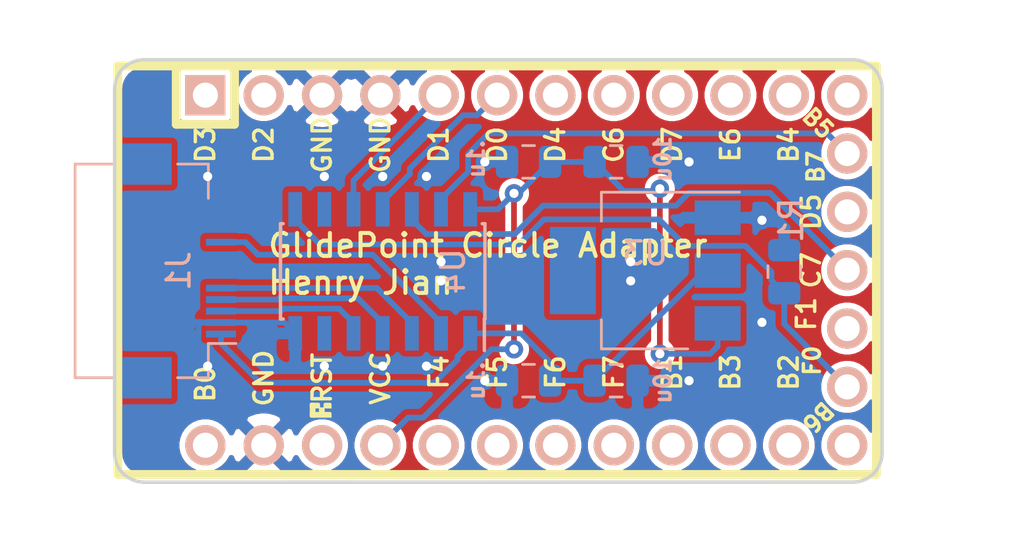
<source format=kicad_pcb>
(kicad_pcb (version 20171130) (host pcbnew "(5.1.2-1)-1")

  (general
    (thickness 1.6)
    (drawings 14)
    (tracks 115)
    (zones 0)
    (modules 9)
    (nets 13)
  )

  (page A4)
  (title_block
    (title "Adapter PCB")
    (date 2019-01-16)
    (rev 1.1)
    (company vlukash)
  )

  (layers
    (0 F.Cu signal)
    (31 B.Cu signal)
    (32 B.Adhes user hide)
    (33 F.Adhes user hide)
    (34 B.Paste user hide)
    (35 F.Paste user hide)
    (36 B.SilkS user)
    (37 F.SilkS user)
    (38 B.Mask user hide)
    (39 F.Mask user hide)
    (40 Dwgs.User user hide)
    (41 Cmts.User user hide)
    (42 Eco1.User user hide)
    (43 Eco2.User user hide)
    (44 Edge.Cuts user)
    (45 Margin user hide)
    (46 B.CrtYd user hide)
    (47 F.CrtYd user hide)
    (48 B.Fab user hide)
    (49 F.Fab user hide)
  )

  (setup
    (last_trace_width 0.25)
    (trace_clearance 0.2)
    (zone_clearance 0.254)
    (zone_45_only no)
    (trace_min 0.2)
    (via_size 0.8)
    (via_drill 0.4)
    (via_min_size 0.4)
    (via_min_drill 0.3)
    (uvia_size 0.3)
    (uvia_drill 0.1)
    (uvias_allowed no)
    (uvia_min_size 0.2)
    (uvia_min_drill 0.1)
    (edge_width 0.15)
    (segment_width 0.2)
    (pcb_text_width 0.3)
    (pcb_text_size 1.5 1.5)
    (mod_edge_width 0.15)
    (mod_text_size 1 1)
    (mod_text_width 0.15)
    (pad_size 0.3 1.3)
    (pad_drill 0)
    (pad_to_mask_clearance 0.051)
    (solder_mask_min_width 0.25)
    (aux_axis_origin 0 0)
    (visible_elements 7FFFFFFF)
    (pcbplotparams
      (layerselection 0x010fc_ffffffff)
      (usegerberextensions true)
      (usegerberattributes false)
      (usegerberadvancedattributes false)
      (creategerberjobfile false)
      (excludeedgelayer true)
      (linewidth 0.100000)
      (plotframeref false)
      (viasonmask false)
      (mode 1)
      (useauxorigin false)
      (hpglpennumber 1)
      (hpglpenspeed 20)
      (hpglpendiameter 15.000000)
      (psnegative false)
      (psa4output false)
      (plotreference true)
      (plotvalue true)
      (plotinvisibletext false)
      (padsonsilk false)
      (subtractmaskfromsilk false)
      (outputformat 1)
      (mirror false)
      (drillshape 0)
      (scaleselection 1)
      (outputdirectory "./adapter/"))
  )

  (net 0 "")
  (net 1 GND)
  (net 2 +5V)
  (net 3 LVL_SHIFT)
  (net 4 PD0)
  (net 5 PD1)
  (net 6 +3V3)
  (net 7 TP_SDA_3V3)
  (net 8 TP_SCL_3V3)
  (net 9 TP_DR_3V3)
  (net 10 TP_DR)
  (net 11 TP_BTN1_3V3)
  (net 12 TP_BTN1)

  (net_class Default "This is the default net class."
    (clearance 0.2)
    (trace_width 0.25)
    (via_dia 0.8)
    (via_drill 0.4)
    (uvia_dia 0.3)
    (uvia_drill 0.1)
    (add_net +3V3)
    (add_net +5V)
    (add_net GND)
    (add_net LVL_SHIFT)
    (add_net PD0)
    (add_net PD1)
    (add_net TP_BTN1)
    (add_net TP_BTN1_3V3)
    (add_net TP_DR)
    (add_net TP_DR_3V3)
    (add_net TP_SCL_3V3)
    (add_net TP_SDA_3V3)
  )

  (module Connector_FFC-FPC:Hirose_FH12-12S-0.5SH_1x12-1MP_P0.50mm_Horizontal (layer B.Cu) (tedit 5D935BAD) (tstamp 5D4A49E6)
    (at 100.33 79.04 90)
    (descr "Hirose FH12, FFC/FPC connector, FH12-12S-0.5SH, 12 Pins per row (https://www.hirose.com/product/en/products/FH12/FH12-24S-0.5SH(55)/), generated with kicad-footprint-generator")
    (tags "connector Hirose FH12 horizontal")
    (path /5D572BD5)
    (attr smd)
    (fp_text reference J1 (at 0 0 90) (layer B.SilkS)
      (effects (font (size 1 1) (thickness 0.15)) (justify mirror))
    )
    (fp_text value Conn_01x12 (at 0 -5.6 90) (layer B.Fab)
      (effects (font (size 1 1) (thickness 0.15)) (justify mirror))
    )
    (fp_line (start 0 1.2) (end -4.55 1.2) (layer B.Fab) (width 0.1))
    (fp_line (start -4.55 1.2) (end -4.55 -3.4) (layer B.Fab) (width 0.1))
    (fp_line (start -4.55 -3.4) (end -3.95 -3.4) (layer B.Fab) (width 0.1))
    (fp_line (start -3.95 -3.4) (end -3.95 -3.7) (layer B.Fab) (width 0.1))
    (fp_line (start -3.95 -3.7) (end -4.45 -3.7) (layer B.Fab) (width 0.1))
    (fp_line (start -4.45 -3.7) (end -4.45 -4.4) (layer B.Fab) (width 0.1))
    (fp_line (start -4.45 -4.4) (end 0 -4.4) (layer B.Fab) (width 0.1))
    (fp_line (start 0 1.2) (end 4.55 1.2) (layer B.Fab) (width 0.1))
    (fp_line (start 4.55 1.2) (end 4.55 -3.4) (layer B.Fab) (width 0.1))
    (fp_line (start 4.55 -3.4) (end 3.95 -3.4) (layer B.Fab) (width 0.1))
    (fp_line (start 3.95 -3.4) (end 3.95 -3.7) (layer B.Fab) (width 0.1))
    (fp_line (start 3.95 -3.7) (end 4.45 -3.7) (layer B.Fab) (width 0.1))
    (fp_line (start 4.45 -3.7) (end 4.45 -4.4) (layer B.Fab) (width 0.1))
    (fp_line (start 4.45 -4.4) (end 0 -4.4) (layer B.Fab) (width 0.1))
    (fp_line (start -3.16 1.3) (end -4.65 1.3) (layer B.SilkS) (width 0.12))
    (fp_line (start -4.65 1.3) (end -4.65 -0.04) (layer B.SilkS) (width 0.12))
    (fp_line (start 3.16 1.3) (end 4.65 1.3) (layer B.SilkS) (width 0.12))
    (fp_line (start 4.65 1.3) (end 4.65 -0.04) (layer B.SilkS) (width 0.12))
    (fp_line (start -4.65 -2.76) (end -4.65 -4.5) (layer B.SilkS) (width 0.12))
    (fp_line (start -4.65 -4.5) (end 4.65 -4.5) (layer B.SilkS) (width 0.12))
    (fp_line (start 4.65 -4.5) (end 4.65 -2.76) (layer B.SilkS) (width 0.12))
    (fp_line (start -3.16 1.3) (end -3.16 2.5) (layer B.SilkS) (width 0.12))
    (fp_line (start -3.25 1.2) (end -2.75 0.492893) (layer B.Fab) (width 0.1))
    (fp_line (start -2.75 0.492893) (end -2.25 1.2) (layer B.Fab) (width 0.1))
    (fp_line (start -6.05 3) (end -6.05 -4.9) (layer B.CrtYd) (width 0.05))
    (fp_line (start -6.05 -4.9) (end 6.05 -4.9) (layer B.CrtYd) (width 0.05))
    (fp_line (start 6.05 -4.9) (end 6.05 3) (layer B.CrtYd) (width 0.05))
    (fp_line (start 6.05 3) (end -6.05 3) (layer B.CrtYd) (width 0.05))
    (fp_text user %R (at 0 -3.7 90) (layer B.Fab)
      (effects (font (size 1 1) (thickness 0.15)) (justify mirror))
    )
    (pad MP smd rect (at 4.65 -1.4 90) (size 1.8 2.2) (layers B.Cu B.Paste B.Mask))
    (pad MP smd rect (at -4.65 -1.4 90) (size 1.8 2.2) (layers B.Cu B.Paste B.Mask))
    (pad 1 smd rect (at -2.75 1.85 90) (size 0.3 1.3) (layers B.Cu B.Paste B.Mask)
      (net 6 +3V3))
    (pad 2 smd rect (at -2.25 1.85 90) (size 0.3 1.3) (layers B.Cu B.Paste B.Mask)
      (net 1 GND))
    (pad 3 smd rect (at -1.75 1.85 90) (size 0.3 1.3) (layers B.Cu B.Paste B.Mask)
      (net 7 TP_SDA_3V3))
    (pad 4 smd rect (at -1.25 1.85 90) (size 0.3 1.3) (layers B.Cu B.Paste B.Mask)
      (net 8 TP_SCL_3V3))
    (pad 5 smd rect (at -0.75 1.85 90) (size 0.3 1.3) (layers B.Cu B.Paste B.Mask)
      (net 11 TP_BTN1_3V3))
    (pad 6 smd rect (at -0.25 1.85 90) (size 0.3 1.3) (layers B.Paste B.Mask))
    (pad 7 smd rect (at 0.25 1.85 90) (size 0.3 1.3) (layers B.Paste B.Mask))
    (pad 8 smd rect (at 0.75 1.85 90) (size 0.3 1.3) (layers B.Paste B.Mask))
    (pad 9 smd rect (at 1.25 1.85 90) (size 0.3 1.3) (layers B.Cu B.Paste B.Mask)
      (net 9 TP_DR_3V3))
    (pad 10 smd rect (at 1.75 1.85 90) (size 0.3 1.3) (layers B.Paste B.Mask))
    (pad 11 smd rect (at 2.25 1.85 90) (size 0.3 1.3) (layers B.Paste B.Mask))
    (pad 12 smd rect (at 2.75 1.85 90) (size 0.3 1.3) (layers B.Paste B.Mask))
    (model ${KISYS3DMOD}/Connector_FFC-FPC.3dshapes/Hirose_FH12-12S-0.5SH_1x12-1MP_P0.50mm_Horizontal.wrl
      (at (xyz 0 0 0))
      (scale (xyz 1 1 1))
      (rotate (xyz 0 0 0))
    )
  )

  (module trackpad:Elite-C-nf (layer B.Cu) (tedit 5BFB668E) (tstamp 5C1213D4)
    (at 115.47 79.01)
    (path /5BF8DE68)
    (fp_text reference U1 (at 0 -1.625) (layer B.SilkS) hide
      (effects (font (size 1.2 1.2) (thickness 0.2032)) (justify mirror))
    )
    (fp_text value Elite-C (at 0 0) (layer B.SilkS) hide
      (effects (font (size 1.2 1.2) (thickness 0.2032)) (justify mirror))
    )
    (fp_line (start -12.7 -6.35) (end -12.7 -8.89) (layer F.SilkS) (width 0.381))
    (fp_line (start -15.24 -6.35) (end -12.7 -6.35) (layer F.SilkS) (width 0.381))
    (fp_text user D2 (at -11.43 -5.461 -90) (layer F.SilkS)
      (effects (font (size 0.8 0.8) (thickness 0.15)))
    )
    (fp_text user D0 (at -1.27 -5.461 -90) (layer F.SilkS)
      (effects (font (size 0.8 0.8) (thickness 0.15)))
    )
    (fp_text user D1 (at -3.81 -5.461 -90) (layer F.SilkS)
      (effects (font (size 0.8 0.8) (thickness 0.15)))
    )
    (fp_text user GND (at -6.35 -5.461 -90) (layer F.SilkS)
      (effects (font (size 0.8 0.8) (thickness 0.15)))
    )
    (fp_text user GND (at -8.89 -5.461 -90) (layer F.SilkS)
      (effects (font (size 0.8 0.8) (thickness 0.15)))
    )
    (fp_text user D4 (at 1.27 -5.461 -90) (layer F.SilkS)
      (effects (font (size 0.8 0.8) (thickness 0.15)))
    )
    (fp_text user C6 (at 3.81 -5.461 -90) (layer F.SilkS)
      (effects (font (size 0.8 0.8) (thickness 0.15)))
    )
    (fp_text user D7 (at 6.35 -5.461 -90) (layer F.SilkS)
      (effects (font (size 0.8 0.8) (thickness 0.15)))
    )
    (fp_text user E6 (at 8.89 -5.461 -90) (layer F.SilkS)
      (effects (font (size 0.8 0.8) (thickness 0.15)))
    )
    (fp_text user B4 (at 11.43 -5.461 -90) (layer F.SilkS)
      (effects (font (size 0.8 0.8) (thickness 0.15)))
    )
    (fp_text user B5 (at 12.7 -6.4 -45) (layer F.SilkS)
      (effects (font (size 0.7 0.7) (thickness 0.15)))
    )
    (fp_text user B2 (at 11.43 5.461 -90) (layer B.SilkS) hide
      (effects (font (size 0.8 0.8) (thickness 0.15)) (justify mirror))
    )
    (fp_text user B3 (at 8.89 4.445 -90) (layer F.SilkS)
      (effects (font (size 0.8 0.8) (thickness 0.15)))
    )
    (fp_text user B1 (at 6.35 4.445 -90) (layer F.SilkS)
      (effects (font (size 0.8 0.8) (thickness 0.15)))
    )
    (fp_text user F7 (at 3.81 5.461 -90) (layer B.SilkS) hide
      (effects (font (size 0.8 0.8) (thickness 0.15)) (justify mirror))
    )
    (fp_text user F6 (at 1.27 5.461 -90) (layer B.SilkS) hide
      (effects (font (size 0.8 0.8) (thickness 0.15)) (justify mirror))
    )
    (fp_text user F5 (at -1.27 5.461 -90) (layer B.SilkS) hide
      (effects (font (size 0.8 0.8) (thickness 0.15)) (justify mirror))
    )
    (fp_text user F4 (at -3.81 4.445 -90) (layer F.SilkS)
      (effects (font (size 0.8 0.8) (thickness 0.15)))
    )
    (fp_text user VCC (at -6.35 4.699 -90) (layer F.SilkS)
      (effects (font (size 0.8 0.8) (thickness 0.15)))
    )
    (fp_text user GND (at -11.43 4.699 -90) (layer F.SilkS)
      (effects (font (size 0.8 0.8) (thickness 0.15)))
    )
    (fp_text user B0 (at -13.97 4.953 -90) (layer F.SilkS)
      (effects (font (size 0.8 0.8) (thickness 0.15)))
    )
    (fp_text user B0 (at -13.97 5.461 -90) (layer B.SilkS) hide
      (effects (font (size 0.8 0.8) (thickness 0.15)) (justify mirror))
    )
    (fp_text user GND (at -11.43 5.461 -90) (layer B.SilkS) hide
      (effects (font (size 0.8 0.8) (thickness 0.15)) (justify mirror))
    )
    (fp_text user ST (at -8.92 5.73312 -90) (layer B.SilkS) hide
      (effects (font (size 0.8 0.8) (thickness 0.15)) (justify mirror))
    )
    (fp_text user VCC (at -6.35 5.461 -90) (layer B.SilkS) hide
      (effects (font (size 0.8 0.8) (thickness 0.15)) (justify mirror))
    )
    (fp_text user F4 (at -3.81 5.461 -90) (layer B.SilkS) hide
      (effects (font (size 0.8 0.8) (thickness 0.15)) (justify mirror))
    )
    (fp_text user F5 (at -1.27 4.445 -90) (layer F.SilkS)
      (effects (font (size 0.8 0.8) (thickness 0.15)))
    )
    (fp_text user F6 (at 1.27 4.445 -90) (layer F.SilkS)
      (effects (font (size 0.8 0.8) (thickness 0.15)))
    )
    (fp_text user F7 (at 3.81 4.445 -90) (layer F.SilkS)
      (effects (font (size 0.8 0.8) (thickness 0.15)))
    )
    (fp_text user B1 (at 6.35 5.461 -90) (layer B.SilkS) hide
      (effects (font (size 0.8 0.8) (thickness 0.15)) (justify mirror))
    )
    (fp_text user B3 (at 8.89 5.461 -90) (layer B.SilkS) hide
      (effects (font (size 0.8 0.8) (thickness 0.15)) (justify mirror))
    )
    (fp_text user B2 (at 11.43 4.445 -90) (layer F.SilkS)
      (effects (font (size 0.8 0.8) (thickness 0.15)))
    )
    (fp_text user B5 (at 12.7 -6.4 -45) (layer B.SilkS) hide
      (effects (font (size 0.7 0.7) (thickness 0.15)) (justify mirror))
    )
    (fp_text user B4 (at 11.43 -5.461 -90) (layer B.SilkS) hide
      (effects (font (size 0.8 0.8) (thickness 0.15)) (justify mirror))
    )
    (fp_text user E6 (at 8.89 -5.461 -90) (layer B.SilkS) hide
      (effects (font (size 0.8 0.8) (thickness 0.15)) (justify mirror))
    )
    (fp_text user D7 (at 6.35 -5.461 -90) (layer B.SilkS) hide
      (effects (font (size 0.8 0.8) (thickness 0.15)) (justify mirror))
    )
    (fp_text user C6 (at 3.81 -5.461 -90) (layer B.SilkS) hide
      (effects (font (size 0.8 0.8) (thickness 0.15)) (justify mirror))
    )
    (fp_text user D4 (at 1.27 -5.461 -90) (layer B.SilkS) hide
      (effects (font (size 0.8 0.8) (thickness 0.15)) (justify mirror))
    )
    (fp_text user GND (at -8.89 -5.461 -90) (layer B.SilkS) hide
      (effects (font (size 0.8 0.8) (thickness 0.15)) (justify mirror))
    )
    (fp_text user GND (at -6.35 -5.461 -90) (layer B.SilkS) hide
      (effects (font (size 0.8 0.8) (thickness 0.15)) (justify mirror))
    )
    (fp_text user D1 (at -3.81 -5.461 -90) (layer B.SilkS) hide
      (effects (font (size 0.8 0.8) (thickness 0.15)) (justify mirror))
    )
    (fp_text user D0 (at -1.27 -5.461 -90) (layer B.SilkS) hide
      (effects (font (size 0.8 0.8) (thickness 0.15)) (justify mirror))
    )
    (fp_text user D2 (at -11.43 -5.461 -90) (layer B.SilkS) hide
      (effects (font (size 0.8 0.8) (thickness 0.15)) (justify mirror))
    )
    (fp_text user D3 (at -13.97 -5.461 -90) (layer F.SilkS)
      (effects (font (size 0.8 0.8) (thickness 0.15)))
    )
    (fp_text user TX0/D3 (at -13.97 -3.571872 -90) (layer B.SilkS) hide
      (effects (font (size 0.8 0.8) (thickness 0.15)) (justify mirror))
    )
    (fp_line (start -15.24 -8.89) (end 15.24 -8.89) (layer Dwgs.User) (width 0.381))
    (fp_line (start 15.24 -8.89) (end 15.24 8.89) (layer Dwgs.User) (width 0.381))
    (fp_line (start 15.24 8.89) (end -15.24 8.89) (layer Dwgs.User) (width 0.381))
    (fp_line (start -15.24 -6.35) (end -12.7 -6.35) (layer Dwgs.User) (width 0.381))
    (fp_line (start -12.7 -6.35) (end -12.7 -8.89) (layer Dwgs.User) (width 0.381))
    (fp_text user RST (at -8.89 4.699 -90) (layer F.SilkS)
      (effects (font (size 0.8 0.8) (thickness 0.15)))
    )
    (fp_poly (pts (xy -8.95097 6.044635) (xy -8.85097 6.044635) (xy -8.85097 6.144635) (xy -8.95097 6.144635)) (layer F.SilkS) (width 0.15))
    (fp_poly (pts (xy -9.35097 6.244635) (xy -8.55097 6.244635) (xy -8.55097 6.344635) (xy -9.35097 6.344635)) (layer F.SilkS) (width 0.15))
    (fp_poly (pts (xy -8.75097 5.844635) (xy -8.55097 5.844635) (xy -8.55097 5.944635) (xy -8.75097 5.944635)) (layer F.SilkS) (width 0.15))
    (fp_poly (pts (xy -9.35097 5.844635) (xy -9.05097 5.844635) (xy -9.05097 5.944635) (xy -9.35097 5.944635)) (layer F.SilkS) (width 0.15))
    (fp_poly (pts (xy -9.35097 5.844635) (xy -9.25097 5.844635) (xy -9.25097 6.344635) (xy -9.35097 6.344635)) (layer F.SilkS) (width 0.15))
    (fp_line (start 15.24 8.89) (end -17.78 8.89) (layer F.SilkS) (width 0.381))
    (fp_line (start 15.24 -8.89) (end 15.24 8.89) (layer F.SilkS) (width 0.381))
    (fp_line (start -17.78 -8.89) (end 15.24 -8.89) (layer F.SilkS) (width 0.381))
    (fp_line (start -17.78 8.89) (end -17.78 -8.89) (layer F.SilkS) (width 0.381))
    (fp_line (start -15.24 8.89) (end -17.78 8.89) (layer Dwgs.User) (width 0.381))
    (fp_line (start -17.78 8.89) (end -17.78 -8.89) (layer Dwgs.User) (width 0.381))
    (fp_line (start -17.78 -8.89) (end -15.24 -8.89) (layer Dwgs.User) (width 0.381))
    (fp_line (start -14.224 3.556) (end -14.224 -3.81) (layer Dwgs.User) (width 0.2))
    (fp_line (start -14.224 -3.81) (end -19.304 -3.81) (layer Dwgs.User) (width 0.2))
    (fp_line (start -19.304 -3.81) (end -19.304 3.556) (layer Dwgs.User) (width 0.2))
    (fp_line (start -19.304 3.556) (end -14.224 3.556) (layer Dwgs.User) (width 0.2))
    (fp_line (start -15.24 -6.35) (end -15.24 -8.89) (layer F.SilkS) (width 0.381))
    (fp_line (start -15.24 -6.35) (end -15.24 -8.89) (layer Dwgs.User) (width 0.381))
    (fp_text user B7 (at 12.6 -4.5 -90) (layer B.SilkS) hide
      (effects (font (size 0.7 0.7) (thickness 0.15)) (justify mirror))
    )
    (fp_text user B7 (at 12.6 -4.5 -90) (layer F.SilkS)
      (effects (font (size 0.7 0.7) (thickness 0.15)))
    )
    (fp_text user F0 (at 12.446 3.937 -90) (layer F.SilkS)
      (effects (font (size 0.7 0.7) (thickness 0.15)))
    )
    (fp_text user F0 (at 12.6 4.5 -90) (layer B.SilkS) hide
      (effects (font (size 0.7 0.7) (thickness 0.15)) (justify mirror))
    )
    (fp_text user B6 (at 12.7 6.4 -135 unlocked) (layer B.SilkS) hide
      (effects (font (size 0.7 0.7) (thickness 0.15)) (justify mirror))
    )
    (fp_text user B6 (at 12.7 6.4 -135 unlocked) (layer F.SilkS)
      (effects (font (size 0.7 0.7) (thickness 0.15)))
    )
    (fp_text user C7 (at 12.4 0 -90) (layer B.SilkS) hide
      (effects (font (size 0.8 0.8) (thickness 0.15)) (justify mirror))
    )
    (fp_text user C7 (at 12.4 0 -90) (layer F.SilkS)
      (effects (font (size 0.8 0.8) (thickness 0.15)))
    )
    (fp_text user F1 (at 12.192 1.905 -90) (layer F.SilkS)
      (effects (font (size 0.8 0.8) (thickness 0.15)))
    )
    (fp_text user F1 (at 12.4 2.54 -90) (layer B.SilkS) hide
      (effects (font (size 0.8 0.8) (thickness 0.15)) (justify mirror))
    )
    (fp_text user D5 (at 12.4 -2.54 -90) (layer B.SilkS) hide
      (effects (font (size 0.8 0.8) (thickness 0.15)) (justify mirror))
    )
    (fp_text user D5 (at 12.4 -2.54 -90) (layer F.SilkS)
      (effects (font (size 0.8 0.8) (thickness 0.15)))
    )
    (pad 1 thru_hole rect (at -13.97 -7.62) (size 1.7526 1.7526) (drill 1.0922) (layers *.Cu *.SilkS *.Mask))
    (pad 2 thru_hole circle (at -11.43 -7.62) (size 1.7526 1.7526) (drill 1.0922) (layers *.Cu *.SilkS *.Mask))
    (pad 3 thru_hole circle (at -8.89 -7.62) (size 1.7526 1.7526) (drill 1.0922) (layers *.Cu *.SilkS *.Mask)
      (net 1 GND))
    (pad 4 thru_hole circle (at -6.35 -7.62) (size 1.7526 1.7526) (drill 1.0922) (layers *.Cu *.SilkS *.Mask)
      (net 1 GND))
    (pad 5 thru_hole circle (at -3.81 -7.62) (size 1.7526 1.7526) (drill 1.0922) (layers *.Cu *.SilkS *.Mask)
      (net 5 PD1))
    (pad 6 thru_hole circle (at -1.27 -7.62) (size 1.7526 1.7526) (drill 1.0922) (layers *.Cu *.SilkS *.Mask)
      (net 4 PD0))
    (pad 7 thru_hole circle (at 1.27 -7.62) (size 1.7526 1.7526) (drill 1.0922) (layers *.Cu *.SilkS *.Mask))
    (pad 8 thru_hole circle (at 3.81 -7.62) (size 1.7526 1.7526) (drill 1.0922) (layers *.Cu *.SilkS *.Mask))
    (pad 9 thru_hole circle (at 6.35 -7.62) (size 1.7526 1.7526) (drill 1.0922) (layers *.Cu *.SilkS *.Mask))
    (pad 10 thru_hole circle (at 8.89 -7.62) (size 1.7526 1.7526) (drill 1.0922) (layers *.Cu *.SilkS *.Mask))
    (pad 11 thru_hole circle (at 11.43 -7.62) (size 1.7526 1.7526) (drill 1.0922) (layers *.Cu *.SilkS *.Mask))
    (pad 13 thru_hole circle (at 13.97 7.62) (size 1.7526 1.7526) (drill 1.0922) (layers *.Cu *.SilkS *.Mask))
    (pad 14 thru_hole circle (at 11.43 7.62) (size 1.7526 1.7526) (drill 1.0922) (layers *.Cu *.SilkS *.Mask))
    (pad 15 thru_hole circle (at 8.89 7.62) (size 1.7526 1.7526) (drill 1.0922) (layers *.Cu *.SilkS *.Mask))
    (pad 16 thru_hole circle (at 6.35 7.62) (size 1.7526 1.7526) (drill 1.0922) (layers *.Cu *.SilkS *.Mask))
    (pad 17 thru_hole circle (at 3.81 7.62) (size 1.7526 1.7526) (drill 1.0922) (layers *.Cu *.SilkS *.Mask))
    (pad 18 thru_hole circle (at 1.27 7.62) (size 1.7526 1.7526) (drill 1.0922) (layers *.Cu *.SilkS *.Mask))
    (pad 19 thru_hole circle (at -1.27 7.62) (size 1.7526 1.7526) (drill 1.0922) (layers *.Cu *.SilkS *.Mask))
    (pad 20 thru_hole circle (at -3.81 7.62) (size 1.7526 1.7526) (drill 1.0922) (layers *.Cu *.SilkS *.Mask))
    (pad 21 thru_hole circle (at -6.35 7.62) (size 1.7526 1.7526) (drill 1.0922) (layers *.Cu *.SilkS *.Mask)
      (net 2 +5V))
    (pad 22 thru_hole circle (at -8.89 7.62) (size 1.7526 1.7526) (drill 1.0922) (layers *.Cu *.SilkS *.Mask))
    (pad 23 thru_hole circle (at -11.43 7.62) (size 1.7526 1.7526) (drill 1.0922) (layers *.Cu *.SilkS *.Mask)
      (net 1 GND))
    (pad 12 thru_hole circle (at 13.97 -7.62) (size 1.7526 1.7526) (drill 1.0922) (layers *.Cu *.SilkS *.Mask))
    (pad 24 thru_hole circle (at -13.97 7.62) (size 1.7526 1.7526) (drill 1.0922) (layers *.Cu *.SilkS *.Mask))
    (pad 29 thru_hole circle (at 13.97 5.08) (size 1.7526 1.7526) (drill 1.0922) (layers *.Cu *.SilkS *.Mask)
      (net 3 LVL_SHIFT))
    (pad 28 thru_hole circle (at 13.97 2.54) (size 1.7526 1.7526) (drill 1.0922) (layers *.Cu *.SilkS *.Mask))
    (pad 27 thru_hole circle (at 13.97 0) (size 1.7526 1.7526) (drill 1.0922) (layers *.Cu *.SilkS *.Mask)
      (net 12 TP_BTN1))
    (pad 26 thru_hole circle (at 13.97 -2.54) (size 1.7526 1.7526) (drill 1.0922) (layers *.Cu *.SilkS *.Mask))
    (pad 25 thru_hole circle (at 13.97 -5.08) (size 1.7526 1.7526) (drill 1.0922) (layers *.Cu *.SilkS *.Mask)
      (net 10 TP_DR))
    (model /Users/danny/Documents/proj/custom-keyboard/kicad-libs/3d_models/ArduinoProMicro.wrl
      (offset (xyz -13.96999979019165 -7.619999885559082 -5.841999912261963))
      (scale (xyz 0.395 0.395 0.395))
      (rotate (xyz 90 180 180))
    )
  )

  (module Capacitor_SMD:C_0805_2012Metric (layer B.Cu) (tedit 5B36C52B) (tstamp 5C1212C0)
    (at 115.57 83.82 180)
    (descr "Capacitor SMD 0805 (2012 Metric), square (rectangular) end terminal, IPC_7351 nominal, (Body size source: https://docs.google.com/spreadsheets/d/1BsfQQcO9C6DZCsRaXUlFlo91Tg2WpOkGARC1WS5S8t0/edit?usp=sharing), generated with kicad-footprint-generator")
    (tags capacitor)
    (path /5D5387B2)
    (attr smd)
    (fp_text reference C3 (at 0 1.65 180) (layer B.SilkS) hide
      (effects (font (size 1 1) (thickness 0.15)) (justify mirror))
    )
    (fp_text value 100nF (at 0 -1.65 180) (layer B.Fab)
      (effects (font (size 1 1) (thickness 0.15)) (justify mirror))
    )
    (fp_line (start -1 -0.6) (end -1 0.6) (layer B.Fab) (width 0.1))
    (fp_line (start -1 0.6) (end 1 0.6) (layer B.Fab) (width 0.1))
    (fp_line (start 1 0.6) (end 1 -0.6) (layer B.Fab) (width 0.1))
    (fp_line (start 1 -0.6) (end -1 -0.6) (layer B.Fab) (width 0.1))
    (fp_line (start -0.258578 0.71) (end 0.258578 0.71) (layer B.SilkS) (width 0.12))
    (fp_line (start -0.258578 -0.71) (end 0.258578 -0.71) (layer B.SilkS) (width 0.12))
    (fp_line (start -1.68 -0.95) (end -1.68 0.95) (layer B.CrtYd) (width 0.05))
    (fp_line (start -1.68 0.95) (end 1.68 0.95) (layer B.CrtYd) (width 0.05))
    (fp_line (start 1.68 0.95) (end 1.68 -0.95) (layer B.CrtYd) (width 0.05))
    (fp_line (start 1.68 -0.95) (end -1.68 -0.95) (layer B.CrtYd) (width 0.05))
    (fp_text user %R (at 0 0 180) (layer B.Fab)
      (effects (font (size 0.5 0.5) (thickness 0.08)) (justify mirror))
    )
    (pad 1 smd roundrect (at -0.9375 0 180) (size 0.975 1.4) (layers B.Cu B.Paste B.Mask) (roundrect_rratio 0.25)
      (net 6 +3V3))
    (pad 2 smd roundrect (at 0.9375 0 180) (size 0.975 1.4) (layers B.Cu B.Paste B.Mask) (roundrect_rratio 0.25)
      (net 1 GND))
    (model ${KISYS3DMOD}/Capacitor_SMD.3dshapes/C_0805_2012Metric.wrl
      (at (xyz 0 0 0))
      (scale (xyz 1 1 1))
      (rotate (xyz 0 0 0))
    )
  )

  (module Capacitor_SMD:C_0805_2012Metric (layer B.Cu) (tedit 5B36C52B) (tstamp 5C1212D1)
    (at 115.57 74.295 180)
    (descr "Capacitor SMD 0805 (2012 Metric), square (rectangular) end terminal, IPC_7351 nominal, (Body size source: https://docs.google.com/spreadsheets/d/1BsfQQcO9C6DZCsRaXUlFlo91Tg2WpOkGARC1WS5S8t0/edit?usp=sharing), generated with kicad-footprint-generator")
    (tags capacitor)
    (path /5D5377AE)
    (attr smd)
    (fp_text reference C4 (at 0 1.65) (layer B.SilkS) hide
      (effects (font (size 1 1) (thickness 0.15)) (justify mirror))
    )
    (fp_text value 100nF (at 0 -1.65) (layer B.Fab)
      (effects (font (size 1 1) (thickness 0.15)) (justify mirror))
    )
    (fp_text user %R (at 0 0) (layer B.Fab)
      (effects (font (size 0.5 0.5) (thickness 0.08)) (justify mirror))
    )
    (fp_line (start 1.68 -0.95) (end -1.68 -0.95) (layer B.CrtYd) (width 0.05))
    (fp_line (start 1.68 0.95) (end 1.68 -0.95) (layer B.CrtYd) (width 0.05))
    (fp_line (start -1.68 0.95) (end 1.68 0.95) (layer B.CrtYd) (width 0.05))
    (fp_line (start -1.68 -0.95) (end -1.68 0.95) (layer B.CrtYd) (width 0.05))
    (fp_line (start -0.258578 -0.71) (end 0.258578 -0.71) (layer B.SilkS) (width 0.12))
    (fp_line (start -0.258578 0.71) (end 0.258578 0.71) (layer B.SilkS) (width 0.12))
    (fp_line (start 1 -0.6) (end -1 -0.6) (layer B.Fab) (width 0.1))
    (fp_line (start 1 0.6) (end 1 -0.6) (layer B.Fab) (width 0.1))
    (fp_line (start -1 0.6) (end 1 0.6) (layer B.Fab) (width 0.1))
    (fp_line (start -1 -0.6) (end -1 0.6) (layer B.Fab) (width 0.1))
    (pad 2 smd roundrect (at 0.9375 0 180) (size 0.975 1.4) (layers B.Cu B.Paste B.Mask) (roundrect_rratio 0.25)
      (net 1 GND))
    (pad 1 smd roundrect (at -0.9375 0 180) (size 0.975 1.4) (layers B.Cu B.Paste B.Mask) (roundrect_rratio 0.25)
      (net 2 +5V))
    (model ${KISYS3DMOD}/Capacitor_SMD.3dshapes/C_0805_2012Metric.wrl
      (at (xyz 0 0 0))
      (scale (xyz 1 1 1))
      (rotate (xyz 0 0 0))
    )
  )

  (module Resistor_SMD:R_0805_2012Metric (layer B.Cu) (tedit 5B36C52B) (tstamp 5D93824F)
    (at 126.7 79.075 90)
    (descr "Resistor SMD 0805 (2012 Metric), square (rectangular) end terminal, IPC_7351 nominal, (Body size source: https://docs.google.com/spreadsheets/d/1BsfQQcO9C6DZCsRaXUlFlo91Tg2WpOkGARC1WS5S8t0/edit?usp=sharing), generated with kicad-footprint-generator")
    (tags resistor)
    (path /5C07A1A9)
    (attr smd)
    (fp_text reference R1 (at 2.24 0.3 270) (layer B.SilkS)
      (effects (font (size 1 1) (thickness 0.15)) (justify mirror))
    )
    (fp_text value 3.3K (at 0 -1.65 270) (layer B.Fab)
      (effects (font (size 1 1) (thickness 0.15)) (justify mirror))
    )
    (fp_line (start -1 -0.6) (end -1 0.6) (layer B.Fab) (width 0.1))
    (fp_line (start -1 0.6) (end 1 0.6) (layer B.Fab) (width 0.1))
    (fp_line (start 1 0.6) (end 1 -0.6) (layer B.Fab) (width 0.1))
    (fp_line (start 1 -0.6) (end -1 -0.6) (layer B.Fab) (width 0.1))
    (fp_line (start -0.258578 0.71) (end 0.258578 0.71) (layer B.SilkS) (width 0.12))
    (fp_line (start -0.258578 -0.71) (end 0.258578 -0.71) (layer B.SilkS) (width 0.12))
    (fp_line (start -1.68 -0.95) (end -1.68 0.95) (layer B.CrtYd) (width 0.05))
    (fp_line (start -1.68 0.95) (end 1.68 0.95) (layer B.CrtYd) (width 0.05))
    (fp_line (start 1.68 0.95) (end 1.68 -0.95) (layer B.CrtYd) (width 0.05))
    (fp_line (start 1.68 -0.95) (end -1.68 -0.95) (layer B.CrtYd) (width 0.05))
    (fp_text user %R (at 0 0 270) (layer B.Fab)
      (effects (font (size 0.5 0.5) (thickness 0.08)) (justify mirror))
    )
    (pad 1 smd roundrect (at -0.9375 0 90) (size 0.975 1.4) (layers B.Cu B.Paste B.Mask) (roundrect_rratio 0.25)
      (net 3 LVL_SHIFT))
    (pad 2 smd roundrect (at 0.9375 0 90) (size 0.975 1.4) (layers B.Cu B.Paste B.Mask) (roundrect_rratio 0.25)
      (net 1 GND))
    (model ${KISYS3DMOD}/Resistor_SMD.3dshapes/R_0805_2012Metric.wrl
      (at (xyz 0 0 0))
      (scale (xyz 1 1 1))
      (rotate (xyz 0 0 0))
    )
  )

  (module Capacitor_SMD:C_0805_2012Metric (layer B.Cu) (tedit 5B36C52B) (tstamp 5D4A49C6)
    (at 119.38 74.295)
    (descr "Capacitor SMD 0805 (2012 Metric), square (rectangular) end terminal, IPC_7351 nominal, (Body size source: https://docs.google.com/spreadsheets/d/1BsfQQcO9C6DZCsRaXUlFlo91Tg2WpOkGARC1WS5S8t0/edit?usp=sharing), generated with kicad-footprint-generator")
    (tags capacitor)
    (path /5D4F60AD)
    (attr smd)
    (fp_text reference C1 (at 0 1.65) (layer B.SilkS) hide
      (effects (font (size 1 1) (thickness 0.15)) (justify mirror))
    )
    (fp_text value 10uF (at 0 -1.65) (layer B.Fab)
      (effects (font (size 1 1) (thickness 0.15)) (justify mirror))
    )
    (fp_line (start -1 -0.6) (end -1 0.6) (layer B.Fab) (width 0.1))
    (fp_line (start -1 0.6) (end 1 0.6) (layer B.Fab) (width 0.1))
    (fp_line (start 1 0.6) (end 1 -0.6) (layer B.Fab) (width 0.1))
    (fp_line (start 1 -0.6) (end -1 -0.6) (layer B.Fab) (width 0.1))
    (fp_line (start -0.258578 0.71) (end 0.258578 0.71) (layer B.SilkS) (width 0.12))
    (fp_line (start -0.258578 -0.71) (end 0.258578 -0.71) (layer B.SilkS) (width 0.12))
    (fp_line (start -1.68 -0.95) (end -1.68 0.95) (layer B.CrtYd) (width 0.05))
    (fp_line (start -1.68 0.95) (end 1.68 0.95) (layer B.CrtYd) (width 0.05))
    (fp_line (start 1.68 0.95) (end 1.68 -0.95) (layer B.CrtYd) (width 0.05))
    (fp_line (start 1.68 -0.95) (end -1.68 -0.95) (layer B.CrtYd) (width 0.05))
    (fp_text user %R (at 0 0) (layer B.Fab)
      (effects (font (size 0.5 0.5) (thickness 0.08)) (justify mirror))
    )
    (pad 1 smd roundrect (at -0.9375 0) (size 0.975 1.4) (layers B.Cu B.Paste B.Mask) (roundrect_rratio 0.25)
      (net 2 +5V))
    (pad 2 smd roundrect (at 0.9375 0) (size 0.975 1.4) (layers B.Cu B.Paste B.Mask) (roundrect_rratio 0.25)
      (net 1 GND))
    (model ${KISYS3DMOD}/Capacitor_SMD.3dshapes/C_0805_2012Metric.wrl
      (at (xyz 0 0 0))
      (scale (xyz 1 1 1))
      (rotate (xyz 0 0 0))
    )
  )

  (module Capacitor_SMD:C_0805_2012Metric (layer B.Cu) (tedit 5B36C52B) (tstamp 5D4A49D6)
    (at 119.38 83.82)
    (descr "Capacitor SMD 0805 (2012 Metric), square (rectangular) end terminal, IPC_7351 nominal, (Body size source: https://docs.google.com/spreadsheets/d/1BsfQQcO9C6DZCsRaXUlFlo91Tg2WpOkGARC1WS5S8t0/edit?usp=sharing), generated with kicad-footprint-generator")
    (tags capacitor)
    (path /5D502666)
    (attr smd)
    (fp_text reference C2 (at 0 1.65 180) (layer B.SilkS) hide
      (effects (font (size 1 1) (thickness 0.15)) (justify mirror))
    )
    (fp_text value 10uF (at 0 -1.65 180) (layer B.Fab)
      (effects (font (size 1 1) (thickness 0.15)) (justify mirror))
    )
    (fp_text user %R (at 0 0 180) (layer B.Fab)
      (effects (font (size 0.5 0.5) (thickness 0.08)) (justify mirror))
    )
    (fp_line (start 1.68 -0.95) (end -1.68 -0.95) (layer B.CrtYd) (width 0.05))
    (fp_line (start 1.68 0.95) (end 1.68 -0.95) (layer B.CrtYd) (width 0.05))
    (fp_line (start -1.68 0.95) (end 1.68 0.95) (layer B.CrtYd) (width 0.05))
    (fp_line (start -1.68 -0.95) (end -1.68 0.95) (layer B.CrtYd) (width 0.05))
    (fp_line (start -0.258578 -0.71) (end 0.258578 -0.71) (layer B.SilkS) (width 0.12))
    (fp_line (start -0.258578 0.71) (end 0.258578 0.71) (layer B.SilkS) (width 0.12))
    (fp_line (start 1 -0.6) (end -1 -0.6) (layer B.Fab) (width 0.1))
    (fp_line (start 1 0.6) (end 1 -0.6) (layer B.Fab) (width 0.1))
    (fp_line (start -1 0.6) (end 1 0.6) (layer B.Fab) (width 0.1))
    (fp_line (start -1 -0.6) (end -1 0.6) (layer B.Fab) (width 0.1))
    (pad 2 smd roundrect (at 0.9375 0) (size 0.975 1.4) (layers B.Cu B.Paste B.Mask) (roundrect_rratio 0.25)
      (net 1 GND))
    (pad 1 smd roundrect (at -0.9375 0) (size 0.975 1.4) (layers B.Cu B.Paste B.Mask) (roundrect_rratio 0.25)
      (net 6 +3V3))
    (model ${KISYS3DMOD}/Capacitor_SMD.3dshapes/C_0805_2012Metric.wrl
      (at (xyz 0 0 0))
      (scale (xyz 1 1 1))
      (rotate (xyz 0 0 0))
    )
  )

  (module Package_TO_SOT_SMD:SOT-223-3_TabPin2 (layer B.Cu) (tedit 5A02FF57) (tstamp 5D9361B1)
    (at 120.65 79.025 180)
    (descr "module CMS SOT223 4 pins")
    (tags "CMS SOT")
    (path /5D4E82C1)
    (attr smd)
    (fp_text reference U3 (at 0 0.75) (layer B.SilkS)
      (effects (font (size 1 1) (thickness 0.15)) (justify mirror))
    )
    (fp_text value NCP1117-3.3_SOT223 (at 0 -4.5) (layer B.Fab)
      (effects (font (size 1 1) (thickness 0.15)) (justify mirror))
    )
    (fp_text user %R (at 0 0 90) (layer B.Fab)
      (effects (font (size 0.8 0.8) (thickness 0.12)) (justify mirror))
    )
    (fp_line (start 1.91 -3.41) (end 1.91 -2.15) (layer B.SilkS) (width 0.12))
    (fp_line (start 1.91 3.41) (end 1.91 2.15) (layer B.SilkS) (width 0.12))
    (fp_line (start 4.4 3.6) (end -4.4 3.6) (layer B.CrtYd) (width 0.05))
    (fp_line (start 4.4 -3.6) (end 4.4 3.6) (layer B.CrtYd) (width 0.05))
    (fp_line (start -4.4 -3.6) (end 4.4 -3.6) (layer B.CrtYd) (width 0.05))
    (fp_line (start -4.4 3.6) (end -4.4 -3.6) (layer B.CrtYd) (width 0.05))
    (fp_line (start -1.85 2.35) (end -0.85 3.35) (layer B.Fab) (width 0.1))
    (fp_line (start -1.85 2.35) (end -1.85 -3.35) (layer B.Fab) (width 0.1))
    (fp_line (start -1.85 -3.41) (end 1.91 -3.41) (layer B.SilkS) (width 0.12))
    (fp_line (start -0.85 3.35) (end 1.85 3.35) (layer B.Fab) (width 0.1))
    (fp_line (start -4.1 3.41) (end 1.91 3.41) (layer B.SilkS) (width 0.12))
    (fp_line (start -1.85 -3.35) (end 1.85 -3.35) (layer B.Fab) (width 0.1))
    (fp_line (start 1.85 3.35) (end 1.85 -3.35) (layer B.Fab) (width 0.1))
    (pad 2 smd rect (at 3.15 0 180) (size 2 3.8) (layers B.Cu B.Paste B.Mask)
      (net 6 +3V3))
    (pad 2 smd rect (at -3.15 0 180) (size 2 1.5) (layers B.Cu B.Paste B.Mask)
      (net 6 +3V3))
    (pad 3 smd rect (at -3.15 -2.3 180) (size 2 1.5) (layers B.Cu B.Paste B.Mask)
      (net 2 +5V))
    (pad 1 smd rect (at -3.15 2.3 180) (size 2 1.5) (layers B.Cu B.Paste B.Mask)
      (net 1 GND))
    (model ${KISYS3DMOD}/Package_TO_SOT_SMD.3dshapes/SOT-223.wrl
      (at (xyz 0 0 0))
      (scale (xyz 1 1 1))
      (rotate (xyz 0 0 0))
    )
  )

  (module Package_SO:SOIC-14_3.9x8.7mm_P1.27mm (layer B.Cu) (tedit 5A02F2D3) (tstamp 5D4A4A29)
    (at 109.22 79.06 90)
    (descr "14-Lead Plastic Small Outline (SL) - Narrow, 3.90 mm Body [SOIC] (see Microchip Packaging Specification 00000049BS.pdf)")
    (tags "SOIC 1.27")
    (path /5D4E5066)
    (attr smd)
    (fp_text reference U4 (at 0 3.06 270) (layer B.SilkS)
      (effects (font (size 1 1) (thickness 0.15)) (justify mirror))
    )
    (fp_text value TXB0104D (at 0 -5.375 270) (layer B.Fab)
      (effects (font (size 1 1) (thickness 0.15)) (justify mirror))
    )
    (fp_text user %R (at 0 0 270) (layer B.Fab)
      (effects (font (size 0.9 0.9) (thickness 0.135)) (justify mirror))
    )
    (fp_line (start -0.95 4.35) (end 1.95 4.35) (layer B.Fab) (width 0.15))
    (fp_line (start 1.95 4.35) (end 1.95 -4.35) (layer B.Fab) (width 0.15))
    (fp_line (start 1.95 -4.35) (end -1.95 -4.35) (layer B.Fab) (width 0.15))
    (fp_line (start -1.95 -4.35) (end -1.95 3.35) (layer B.Fab) (width 0.15))
    (fp_line (start -1.95 3.35) (end -0.95 4.35) (layer B.Fab) (width 0.15))
    (fp_line (start -3.7 4.65) (end -3.7 -4.65) (layer B.CrtYd) (width 0.05))
    (fp_line (start 3.7 4.65) (end 3.7 -4.65) (layer B.CrtYd) (width 0.05))
    (fp_line (start -3.7 4.65) (end 3.7 4.65) (layer B.CrtYd) (width 0.05))
    (fp_line (start -3.7 -4.65) (end 3.7 -4.65) (layer B.CrtYd) (width 0.05))
    (fp_line (start -2.075 4.45) (end -2.075 4.425) (layer B.SilkS) (width 0.15))
    (fp_line (start 2.075 4.45) (end 2.075 4.335) (layer B.SilkS) (width 0.15))
    (fp_line (start 2.075 -4.45) (end 2.075 -4.335) (layer B.SilkS) (width 0.15))
    (fp_line (start -2.075 -4.45) (end -2.075 -4.335) (layer B.SilkS) (width 0.15))
    (fp_line (start -2.075 4.45) (end 2.075 4.45) (layer B.SilkS) (width 0.15))
    (fp_line (start -2.075 -4.45) (end 2.075 -4.45) (layer B.SilkS) (width 0.15))
    (fp_line (start -2.075 4.425) (end -3.45 4.425) (layer B.SilkS) (width 0.15))
    (pad 1 smd rect (at -2.7 3.81 90) (size 1.5 0.6) (layers B.Cu B.Paste B.Mask)
      (net 6 +3V3))
    (pad 2 smd rect (at -2.7 2.54 90) (size 1.5 0.6) (layers B.Cu B.Paste B.Mask)
      (net 9 TP_DR_3V3))
    (pad 3 smd rect (at -2.7 1.27 90) (size 1.5 0.6) (layers B.Cu B.Paste B.Mask)
      (net 11 TP_BTN1_3V3))
    (pad 4 smd rect (at -2.7 0 90) (size 1.5 0.6) (layers B.Cu B.Paste B.Mask)
      (net 8 TP_SCL_3V3))
    (pad 5 smd rect (at -2.7 -1.27 90) (size 1.5 0.6) (layers B.Cu B.Paste B.Mask)
      (net 7 TP_SDA_3V3))
    (pad 6 smd rect (at -2.7 -2.54 90) (size 1.5 0.6) (layers B.Cu B.Paste B.Mask))
    (pad 7 smd rect (at -2.7 -3.81 90) (size 1.5 0.6) (layers B.Cu B.Paste B.Mask)
      (net 1 GND))
    (pad 8 smd rect (at 2.7 -3.81 90) (size 1.5 0.6) (layers B.Cu B.Paste B.Mask)
      (net 3 LVL_SHIFT))
    (pad 9 smd rect (at 2.7 -2.54 90) (size 1.5 0.6) (layers B.Cu B.Paste B.Mask))
    (pad 10 smd rect (at 2.7 -1.27 90) (size 1.5 0.6) (layers B.Cu B.Paste B.Mask)
      (net 5 PD1))
    (pad 11 smd rect (at 2.7 0 90) (size 1.5 0.6) (layers B.Cu B.Paste B.Mask)
      (net 4 PD0))
    (pad 12 smd rect (at 2.7 1.27 90) (size 1.5 0.6) (layers B.Cu B.Paste B.Mask)
      (net 12 TP_BTN1))
    (pad 13 smd rect (at 2.7 2.54 90) (size 1.5 0.6) (layers B.Cu B.Paste B.Mask)
      (net 10 TP_DR))
    (pad 14 smd rect (at 2.7 3.81 90) (size 1.5 0.6) (layers B.Cu B.Paste B.Mask)
      (net 2 +5V))
    (model ${KISYS3DMOD}/Package_SO.3dshapes/SOIC-14_3.9x8.7mm_P1.27mm.wrl
      (at (xyz 0 0 0))
      (scale (xyz 1 1 1))
      (rotate (xyz 0 0 0))
    )
  )

  (gr_text 10u (at 121.412 83.82 90) (layer B.SilkS) (tstamp 5D93AE23)
    (effects (font (size 0.7 0.7) (thickness 0.15)) (justify mirror))
  )
  (gr_text .1u (at 113.284 74.168 90) (layer B.SilkS) (tstamp 5D93AC2B)
    (effects (font (size 0.7 0.7) (thickness 0.15)) (justify mirror))
  )
  (gr_text .1u (at 113.284 83.82 90) (layer B.SilkS) (tstamp 5D4AEC43)
    (effects (font (size 0.7 0.7) (thickness 0.15)) (justify mirror))
  )
  (gr_text 10u (at 121.412 74.168 90) (layer B.SilkS)
    (effects (font (size 0.7 0.7) (thickness 0.15)) (justify mirror))
  )
  (gr_line (start 98.82 69.85) (end 98.83 69.85) (layer Edge.Cuts) (width 0.15) (tstamp 5D4AD00C))
  (gr_text "GlidePoint Circle Adapter\nHenry Jian" (at 104.14 78.74) (layer F.SilkS)
    (effects (font (size 1 1) (thickness 0.175)) (justify left))
  )
  (gr_arc (start 129.69 71.12) (end 130.96 71.12) (angle -90) (layer Edge.Cuts) (width 0.15))
  (gr_arc (start 129.69 86.965) (end 129.69 88.235) (angle -90) (layer Edge.Cuts) (width 0.15))
  (gr_arc (start 98.82 86.965) (end 97.55 86.965) (angle -90) (layer Edge.Cuts) (width 0.15))
  (gr_arc (start 98.82 71.12) (end 98.82 69.85) (angle -90) (layer Edge.Cuts) (width 0.15))
  (gr_line (start 97.55 86.965) (end 97.55 71.12) (layer Edge.Cuts) (width 0.15))
  (gr_line (start 129.69 88.235) (end 98.82 88.24) (layer Edge.Cuts) (width 0.15))
  (gr_line (start 130.96 71.12) (end 130.96 86.965) (layer Edge.Cuts) (width 0.15))
  (gr_line (start 98.83 69.85) (end 129.69 69.85) (layer Edge.Cuts) (width 0.15))

  (segment (start 104.94 81.29) (end 105.41 81.76) (width 0.25) (layer B.Cu) (net 1))
  (segment (start 102.18 81.29) (end 104.94 81.29) (width 0.25) (layer B.Cu) (net 1))
  (via (at 106.68 83.185) (size 0.8) (drill 0.4) (layers F.Cu B.Cu) (net 1))
  (via (at 106.68 74.93) (size 0.8) (drill 0.4) (layers F.Cu B.Cu) (net 1))
  (via (at 111.76 78.64) (size 0.8) (drill 0.4) (layers F.Cu B.Cu) (net 1))
  (via (at 111.76 79.475) (size 0.8) (drill 0.4) (layers F.Cu B.Cu) (net 1))
  (via (at 120.015 78.64) (size 0.8) (drill 0.4) (layers F.Cu B.Cu) (net 1))
  (via (at 120.015 79.475) (size 0.8) (drill 0.4) (layers F.Cu B.Cu) (net 1))
  (via (at 109.22 74.93) (size 0.8) (drill 0.4) (layers F.Cu B.Cu) (net 1))
  (via (at 109.22 83.185) (size 0.8) (drill 0.4) (layers F.Cu B.Cu) (net 1))
  (via (at 111.125 83.185) (size 0.8) (drill 0.4) (layers F.Cu B.Cu) (net 1))
  (via (at 125.73 76.835) (size 0.8) (drill 0.4) (layers F.Cu B.Cu) (net 1))
  (via (at 125.73 81.28) (size 0.8) (drill 0.4) (layers F.Cu B.Cu) (net 1))
  (via (at 122.555 74.295) (size 0.8) (drill 0.4) (layers F.Cu B.Cu) (net 1))
  (via (at 122.555 83.82) (size 0.8) (drill 0.4) (layers F.Cu B.Cu) (net 1))
  (via (at 111.125 74.93) (size 0.8) (drill 0.4) (layers F.Cu B.Cu) (net 1))
  (via (at 101.6 83.185) (size 0.8) (drill 0.4) (layers F.Cu B.Cu) (net 1))
  (via (at 101.6 74.93) (size 0.8) (drill 0.4) (layers F.Cu B.Cu) (net 1))
  (segment (start 101.200001 82.785001) (end 101.6 83.185) (width 0.25) (layer B.Cu) (net 1))
  (segment (start 101.200001 81.369999) (end 101.200001 82.785001) (width 0.25) (layer B.Cu) (net 1))
  (segment (start 101.28 81.29) (end 101.200001 81.369999) (width 0.25) (layer B.Cu) (net 1))
  (segment (start 102.18 81.29) (end 101.28 81.29) (width 0.25) (layer B.Cu) (net 1))
  (via (at 113.665 74.295) (size 0.8) (drill 0.4) (layers F.Cu B.Cu) (net 1))
  (via (at 113.665 83.82) (size 0.8) (drill 0.4) (layers F.Cu B.Cu) (net 1))
  (segment (start 113.665 74.295) (end 114.6325 74.295) (width 0.25) (layer B.Cu) (net 1))
  (via (at 121.285 75.465) (size 0.8) (drill 0.4) (layers F.Cu B.Cu) (net 2))
  (via (at 121.285 82.65) (size 0.8) (drill 0.4) (layers F.Cu B.Cu) (net 2))
  (via (at 114.935 75.665) (size 0.8) (drill 0.4) (layers F.Cu B.Cu) (net 2))
  (via (at 114.935 82.45) (size 0.8) (drill 0.4) (layers F.Cu B.Cu) (net 2))
  (segment (start 116.5075 74.295) (end 118.4425 74.295) (width 0.25) (layer B.Cu) (net 2))
  (segment (start 119.7125 75.565) (end 121.285 75.565) (width 0.25) (layer B.Cu) (net 2))
  (segment (start 118.4425 74.295) (end 119.7125 75.565) (width 0.25) (layer B.Cu) (net 2))
  (segment (start 110.983299 85.428699) (end 113.961998 82.45) (width 0.25) (layer B.Cu) (net 2))
  (segment (start 114.369315 82.45) (end 114.935 82.45) (width 0.25) (layer B.Cu) (net 2))
  (segment (start 113.961998 82.45) (end 114.369315 82.45) (width 0.25) (layer B.Cu) (net 2))
  (segment (start 110.321301 85.428699) (end 110.983299 85.428699) (width 0.25) (layer B.Cu) (net 2))
  (segment (start 109.12 86.63) (end 110.321301 85.428699) (width 0.25) (layer B.Cu) (net 2))
  (segment (start 114.24 76.36) (end 114.935 75.665) (width 0.25) (layer B.Cu) (net 2))
  (segment (start 113.03 76.36) (end 114.24 76.36) (width 0.25) (layer B.Cu) (net 2))
  (segment (start 115.1375 75.665) (end 116.5075 74.295) (width 0.25) (layer B.Cu) (net 2))
  (segment (start 114.935 75.665) (end 115.1375 75.665) (width 0.25) (layer B.Cu) (net 2))
  (segment (start 123.8 82.325) (end 123.8 81.325) (width 0.25) (layer B.Cu) (net 2))
  (segment (start 123.475 82.65) (end 123.8 82.325) (width 0.25) (layer B.Cu) (net 2))
  (segment (start 121.285 82.65) (end 123.475 82.65) (width 0.25) (layer B.Cu) (net 2))
  (segment (start 121.285 75.465) (end 121.285 82.65) (width 0.25) (layer F.Cu) (net 2))
  (segment (start 114.935 75.665) (end 114.935 82.45) (width 0.25) (layer F.Cu) (net 2))
  (segment (start 122.399999 77.949999) (end 125.008149 77.949999) (width 0.25) (layer B.Cu) (net 3))
  (segment (start 121.249999 76.799999) (end 122.399999 77.949999) (width 0.25) (layer B.Cu) (net 3))
  (segment (start 126.143763 79.085613) (end 126.143763 79.456263) (width 0.25) (layer B.Cu) (net 3))
  (segment (start 125.008149 77.949999) (end 126.143763 79.085613) (width 0.25) (layer B.Cu) (net 3))
  (segment (start 116.239999 76.799999) (end 121.249999 76.799999) (width 0.25) (layer B.Cu) (net 3))
  (segment (start 115.154988 77.88501) (end 116.239999 76.799999) (width 0.25) (layer B.Cu) (net 3))
  (segment (start 106.48501 77.88501) (end 115.154988 77.88501) (width 0.25) (layer B.Cu) (net 3))
  (segment (start 126.143763 79.456263) (end 126.7 80.0125) (width 0.25) (layer B.Cu) (net 3))
  (segment (start 105.41 76.81) (end 106.48501 77.88501) (width 0.25) (layer B.Cu) (net 3))
  (segment (start 105.41 76.36) (end 105.41 76.81) (width 0.25) (layer B.Cu) (net 3))
  (segment (start 126.7 81.35) (end 129.44 84.09) (width 0.25) (layer B.Cu) (net 3))
  (segment (start 126.7 80.0125) (end 126.7 81.35) (width 0.25) (layer B.Cu) (net 3))
  (segment (start 112.715699 72.266299) (end 113.323701 72.266299) (width 0.25) (layer B.Cu) (net 4))
  (segment (start 113.323701 72.266299) (end 114.2 71.39) (width 0.25) (layer B.Cu) (net 4))
  (segment (start 110.399999 74.581999) (end 112.715699 72.266299) (width 0.25) (layer B.Cu) (net 4))
  (segment (start 110.399999 74.823003) (end 110.399999 74.581999) (width 0.25) (layer B.Cu) (net 4))
  (segment (start 109.22 76.003002) (end 110.399999 74.823003) (width 0.25) (layer B.Cu) (net 4))
  (segment (start 109.22 76.36) (end 109.22 76.003002) (width 0.25) (layer B.Cu) (net 4))
  (segment (start 107.95 75.1) (end 111.66 71.39) (width 0.25) (layer B.Cu) (net 5))
  (segment (start 107.95 76.36) (end 107.95 75.1) (width 0.25) (layer B.Cu) (net 5))
  (segment (start 116.5075 83.02) (end 116.5075 83.82) (width 0.25) (layer B.Cu) (net 6))
  (segment (start 115.2475 81.76) (end 116.5075 83.02) (width 0.25) (layer B.Cu) (net 6))
  (segment (start 113.03 81.76) (end 115.2475 81.76) (width 0.25) (layer B.Cu) (net 6))
  (segment (start 118.4425 83.82) (end 116.5075 83.82) (width 0.25) (layer B.Cu) (net 6))
  (segment (start 123.2375 79.025) (end 123.8 79.025) (width 0.25) (layer B.Cu) (net 6))
  (segment (start 118.4425 83.82) (end 123.2375 79.025) (width 0.25) (layer B.Cu) (net 6))
  (segment (start 112.48 82.903002) (end 112.48 82.76) (width 0.25) (layer B.Cu) (net 6))
  (segment (start 111.473001 83.910001) (end 112.48 82.903002) (width 0.25) (layer B.Cu) (net 6))
  (segment (start 113.03 82.21) (end 113.03 81.76) (width 0.25) (layer B.Cu) (net 6))
  (segment (start 103.900001 83.910001) (end 111.473001 83.910001) (width 0.25) (layer B.Cu) (net 6))
  (segment (start 112.48 82.76) (end 113.03 82.21) (width 0.25) (layer B.Cu) (net 6))
  (segment (start 102.18 82.19) (end 103.900001 83.910001) (width 0.25) (layer B.Cu) (net 6))
  (segment (start 102.18 81.79) (end 102.18 82.19) (width 0.25) (layer B.Cu) (net 6))
  (segment (start 107.95 81.31) (end 107.95 81.76) (width 0.25) (layer B.Cu) (net 7))
  (segment (start 104.89 80.684999) (end 107.324999 80.684999) (width 0.25) (layer B.Cu) (net 7))
  (segment (start 107.324999 80.684999) (end 107.95 81.31) (width 0.25) (layer B.Cu) (net 7))
  (segment (start 104.784999 80.79) (end 104.89 80.684999) (width 0.25) (layer B.Cu) (net 7))
  (segment (start 102.18 80.79) (end 104.784999 80.79) (width 0.25) (layer B.Cu) (net 7))
  (segment (start 109.22 81.31) (end 109.22 81.76) (width 0.25) (layer B.Cu) (net 8))
  (segment (start 104.7036 80.234989) (end 108.144989 80.234989) (width 0.25) (layer B.Cu) (net 8))
  (segment (start 104.648589 80.29) (end 104.7036 80.234989) (width 0.25) (layer B.Cu) (net 8))
  (segment (start 108.144989 80.234989) (end 109.22 81.31) (width 0.25) (layer B.Cu) (net 8))
  (segment (start 102.18 80.29) (end 104.648589 80.29) (width 0.25) (layer B.Cu) (net 8))
  (segment (start 103.08 77.79) (end 102.18 77.79) (width 0.25) (layer B.Cu) (net 9))
  (segment (start 103.245 77.79) (end 103.08 77.79) (width 0.25) (layer B.Cu) (net 9))
  (segment (start 103.79002 78.33502) (end 103.245 77.79) (width 0.25) (layer B.Cu) (net 9))
  (segment (start 108.78502 78.33502) (end 103.79002 78.33502) (width 0.25) (layer B.Cu) (net 9))
  (segment (start 111.76 81.31) (end 108.78502 78.33502) (width 0.25) (layer B.Cu) (net 9))
  (segment (start 111.76 81.76) (end 111.76 81.31) (width 0.25) (layer B.Cu) (net 9))
  (segment (start 128.563701 73.053701) (end 129.44 73.93) (width 0.25) (layer B.Cu) (net 10))
  (segment (start 113.833297 73.053701) (end 128.563701 73.053701) (width 0.25) (layer B.Cu) (net 10))
  (segment (start 112.939999 73.946999) (end 113.833297 73.053701) (width 0.25) (layer B.Cu) (net 10))
  (segment (start 112.939999 74.730001) (end 112.939999 73.946999) (width 0.25) (layer B.Cu) (net 10))
  (segment (start 111.76 75.91) (end 112.939999 74.730001) (width 0.25) (layer B.Cu) (net 10))
  (segment (start 111.76 76.36) (end 111.76 75.91) (width 0.25) (layer B.Cu) (net 10))
  (segment (start 108.964979 79.784979) (end 110.49 81.31) (width 0.25) (layer B.Cu) (net 11))
  (segment (start 110.49 81.31) (end 110.49 81.76) (width 0.25) (layer B.Cu) (net 11))
  (segment (start 102.655021 79.784979) (end 108.964979 79.784979) (width 0.25) (layer B.Cu) (net 11))
  (segment (start 102.65 79.79) (end 102.655021 79.784979) (width 0.25) (layer B.Cu) (net 11))
  (segment (start 102.18 79.79) (end 102.65 79.79) (width 0.25) (layer B.Cu) (net 11))
  (segment (start 128.563701 78.133701) (end 129.44 79.01) (width 0.25) (layer B.Cu) (net 12))
  (segment (start 121.989998 76.2) (end 122.539999 75.649999) (width 0.25) (layer B.Cu) (net 12))
  (segment (start 122.539999 75.649999) (end 126.079999 75.649999) (width 0.25) (layer B.Cu) (net 12))
  (segment (start 110.49 76.81) (end 111.115001 77.435001) (width 0.25) (layer B.Cu) (net 12))
  (segment (start 116.203588 76.2) (end 121.989998 76.2) (width 0.25) (layer B.Cu) (net 12))
  (segment (start 126.079999 75.649999) (end 128.563701 78.133701) (width 0.25) (layer B.Cu) (net 12))
  (segment (start 114.968587 77.435001) (end 116.203588 76.2) (width 0.25) (layer B.Cu) (net 12))
  (segment (start 111.115001 77.435001) (end 114.968587 77.435001) (width 0.25) (layer B.Cu) (net 12))
  (segment (start 110.49 76.36) (end 110.49 76.81) (width 0.25) (layer B.Cu) (net 12))

  (zone (net 1) (net_name GND) (layer F.Cu) (tstamp 5D93BE04) (hatch edge 0.508)
    (connect_pads (clearance 0.254))
    (min_thickness 0.254)
    (fill yes (arc_segments 16) (thermal_gap 0.508) (thermal_bridge_width 0.508))
    (polygon
      (pts
        (xy 97.4 68.5175) (xy 137.16 68.6425) (xy 137.16 90.81) (xy 97.575 90.8)
      )
    )
    (filled_polygon
      (pts
        (xy 100.269999 70.367192) (xy 100.248213 70.439011) (xy 100.240857 70.5137) (xy 100.240857 72.2663) (xy 100.248213 72.340989)
        (xy 100.269999 72.412808) (xy 100.305378 72.478996) (xy 100.352989 72.537011) (xy 100.411004 72.584622) (xy 100.477192 72.620001)
        (xy 100.549011 72.641787) (xy 100.6237 72.649143) (xy 102.3763 72.649143) (xy 102.450989 72.641787) (xy 102.522808 72.620001)
        (xy 102.588996 72.584622) (xy 102.647011 72.537011) (xy 102.694622 72.478996) (xy 102.730001 72.412808) (xy 102.751787 72.340989)
        (xy 102.759143 72.2663) (xy 102.759143 70.5137) (xy 102.751787 70.439011) (xy 102.730001 70.367192) (xy 102.697292 70.306)
        (xy 103.39924 70.306) (xy 103.238518 70.413391) (xy 103.063391 70.588518) (xy 102.925795 70.794445) (xy 102.831017 71.023259)
        (xy 102.7827 71.266167) (xy 102.7827 71.513833) (xy 102.831017 71.756741) (xy 102.925795 71.985555) (xy 103.063391 72.191482)
        (xy 103.238518 72.366609) (xy 103.444445 72.504205) (xy 103.673259 72.598983) (xy 103.916167 72.6473) (xy 104.163833 72.6473)
        (xy 104.406741 72.598983) (xy 104.635555 72.504205) (xy 104.735881 72.437169) (xy 105.712437 72.437169) (xy 105.793254 72.688929)
        (xy 106.061779 72.817457) (xy 106.350219 72.891129) (xy 106.647491 72.907113) (xy 106.942167 72.864796) (xy 107.222927 72.765802)
        (xy 107.366746 72.688929) (xy 107.447563 72.437169) (xy 108.252437 72.437169) (xy 108.333254 72.688929) (xy 108.601779 72.817457)
        (xy 108.890219 72.891129) (xy 109.187491 72.907113) (xy 109.482167 72.864796) (xy 109.762927 72.765802) (xy 109.906746 72.688929)
        (xy 109.987563 72.437169) (xy 109.12 71.569605) (xy 108.252437 72.437169) (xy 107.447563 72.437169) (xy 106.58 71.569605)
        (xy 105.712437 72.437169) (xy 104.735881 72.437169) (xy 104.841482 72.366609) (xy 105.016609 72.191482) (xy 105.154205 71.985555)
        (xy 105.172188 71.942141) (xy 105.204198 72.032927) (xy 105.281071 72.176746) (xy 105.532831 72.257563) (xy 106.400395 71.39)
        (xy 106.759605 71.39) (xy 107.627169 72.257563) (xy 107.85 72.186032) (xy 108.072831 72.257563) (xy 108.940395 71.39)
        (xy 108.072831 70.522437) (xy 107.85 70.593968) (xy 107.627169 70.522437) (xy 106.759605 71.39) (xy 106.400395 71.39)
        (xy 105.532831 70.522437) (xy 105.281071 70.603254) (xy 105.170606 70.834041) (xy 105.154205 70.794445) (xy 105.016609 70.588518)
        (xy 104.841482 70.413391) (xy 104.68076 70.306) (xy 105.72426 70.306) (xy 105.712437 70.342831) (xy 106.58 71.210395)
        (xy 107.447563 70.342831) (xy 107.43574 70.306) (xy 108.26426 70.306) (xy 108.252437 70.342831) (xy 109.12 71.210395)
        (xy 109.987563 70.342831) (xy 109.97574 70.306) (xy 111.01924 70.306) (xy 110.858518 70.413391) (xy 110.683391 70.588518)
        (xy 110.545795 70.794445) (xy 110.527812 70.837859) (xy 110.495802 70.747073) (xy 110.418929 70.603254) (xy 110.167169 70.522437)
        (xy 109.299605 71.39) (xy 110.167169 72.257563) (xy 110.418929 72.176746) (xy 110.529394 71.945959) (xy 110.545795 71.985555)
        (xy 110.683391 72.191482) (xy 110.858518 72.366609) (xy 111.064445 72.504205) (xy 111.293259 72.598983) (xy 111.536167 72.6473)
        (xy 111.783833 72.6473) (xy 112.026741 72.598983) (xy 112.255555 72.504205) (xy 112.461482 72.366609) (xy 112.636609 72.191482)
        (xy 112.774205 71.985555) (xy 112.868983 71.756741) (xy 112.9173 71.513833) (xy 112.9173 71.266167) (xy 112.868983 71.023259)
        (xy 112.774205 70.794445) (xy 112.636609 70.588518) (xy 112.461482 70.413391) (xy 112.30076 70.306) (xy 113.55924 70.306)
        (xy 113.398518 70.413391) (xy 113.223391 70.588518) (xy 113.085795 70.794445) (xy 112.991017 71.023259) (xy 112.9427 71.266167)
        (xy 112.9427 71.513833) (xy 112.991017 71.756741) (xy 113.085795 71.985555) (xy 113.223391 72.191482) (xy 113.398518 72.366609)
        (xy 113.604445 72.504205) (xy 113.833259 72.598983) (xy 114.076167 72.6473) (xy 114.323833 72.6473) (xy 114.566741 72.598983)
        (xy 114.795555 72.504205) (xy 115.001482 72.366609) (xy 115.176609 72.191482) (xy 115.314205 71.985555) (xy 115.408983 71.756741)
        (xy 115.4573 71.513833) (xy 115.4573 71.266167) (xy 115.408983 71.023259) (xy 115.314205 70.794445) (xy 115.176609 70.588518)
        (xy 115.001482 70.413391) (xy 114.84076 70.306) (xy 116.09924 70.306) (xy 115.938518 70.413391) (xy 115.763391 70.588518)
        (xy 115.625795 70.794445) (xy 115.531017 71.023259) (xy 115.4827 71.266167) (xy 115.4827 71.513833) (xy 115.531017 71.756741)
        (xy 115.625795 71.985555) (xy 115.763391 72.191482) (xy 115.938518 72.366609) (xy 116.144445 72.504205) (xy 116.373259 72.598983)
        (xy 116.616167 72.6473) (xy 116.863833 72.6473) (xy 117.106741 72.598983) (xy 117.335555 72.504205) (xy 117.541482 72.366609)
        (xy 117.716609 72.191482) (xy 117.854205 71.985555) (xy 117.948983 71.756741) (xy 117.9973 71.513833) (xy 117.9973 71.266167)
        (xy 117.948983 71.023259) (xy 117.854205 70.794445) (xy 117.716609 70.588518) (xy 117.541482 70.413391) (xy 117.38076 70.306)
        (xy 118.63924 70.306) (xy 118.478518 70.413391) (xy 118.303391 70.588518) (xy 118.165795 70.794445) (xy 118.071017 71.023259)
        (xy 118.0227 71.266167) (xy 118.0227 71.513833) (xy 118.071017 71.756741) (xy 118.165795 71.985555) (xy 118.303391 72.191482)
        (xy 118.478518 72.366609) (xy 118.684445 72.504205) (xy 118.913259 72.598983) (xy 119.156167 72.6473) (xy 119.403833 72.6473)
        (xy 119.646741 72.598983) (xy 119.875555 72.504205) (xy 120.081482 72.366609) (xy 120.256609 72.191482) (xy 120.394205 71.985555)
        (xy 120.488983 71.756741) (xy 120.5373 71.513833) (xy 120.5373 71.266167) (xy 120.488983 71.023259) (xy 120.394205 70.794445)
        (xy 120.256609 70.588518) (xy 120.081482 70.413391) (xy 119.92076 70.306) (xy 121.17924 70.306) (xy 121.018518 70.413391)
        (xy 120.843391 70.588518) (xy 120.705795 70.794445) (xy 120.611017 71.023259) (xy 120.5627 71.266167) (xy 120.5627 71.513833)
        (xy 120.611017 71.756741) (xy 120.705795 71.985555) (xy 120.843391 72.191482) (xy 121.018518 72.366609) (xy 121.224445 72.504205)
        (xy 121.453259 72.598983) (xy 121.696167 72.6473) (xy 121.943833 72.6473) (xy 122.186741 72.598983) (xy 122.415555 72.504205)
        (xy 122.621482 72.366609) (xy 122.796609 72.191482) (xy 122.934205 71.985555) (xy 123.028983 71.756741) (xy 123.0773 71.513833)
        (xy 123.0773 71.266167) (xy 123.028983 71.023259) (xy 122.934205 70.794445) (xy 122.796609 70.588518) (xy 122.621482 70.413391)
        (xy 122.46076 70.306) (xy 123.71924 70.306) (xy 123.558518 70.413391) (xy 123.383391 70.588518) (xy 123.245795 70.794445)
        (xy 123.151017 71.023259) (xy 123.1027 71.266167) (xy 123.1027 71.513833) (xy 123.151017 71.756741) (xy 123.245795 71.985555)
        (xy 123.383391 72.191482) (xy 123.558518 72.366609) (xy 123.764445 72.504205) (xy 123.993259 72.598983) (xy 124.236167 72.6473)
        (xy 124.483833 72.6473) (xy 124.726741 72.598983) (xy 124.955555 72.504205) (xy 125.161482 72.366609) (xy 125.336609 72.191482)
        (xy 125.474205 71.985555) (xy 125.568983 71.756741) (xy 125.6173 71.513833) (xy 125.6173 71.266167) (xy 125.568983 71.023259)
        (xy 125.474205 70.794445) (xy 125.336609 70.588518) (xy 125.161482 70.413391) (xy 125.00076 70.306) (xy 126.25924 70.306)
        (xy 126.098518 70.413391) (xy 125.923391 70.588518) (xy 125.785795 70.794445) (xy 125.691017 71.023259) (xy 125.6427 71.266167)
        (xy 125.6427 71.513833) (xy 125.691017 71.756741) (xy 125.785795 71.985555) (xy 125.923391 72.191482) (xy 126.098518 72.366609)
        (xy 126.304445 72.504205) (xy 126.533259 72.598983) (xy 126.776167 72.6473) (xy 127.023833 72.6473) (xy 127.266741 72.598983)
        (xy 127.495555 72.504205) (xy 127.701482 72.366609) (xy 127.876609 72.191482) (xy 128.014205 71.985555) (xy 128.108983 71.756741)
        (xy 128.1573 71.513833) (xy 128.1573 71.266167) (xy 128.108983 71.023259) (xy 128.014205 70.794445) (xy 127.876609 70.588518)
        (xy 127.701482 70.413391) (xy 127.54076 70.306) (xy 128.79924 70.306) (xy 128.638518 70.413391) (xy 128.463391 70.588518)
        (xy 128.325795 70.794445) (xy 128.231017 71.023259) (xy 128.1827 71.266167) (xy 128.1827 71.513833) (xy 128.231017 71.756741)
        (xy 128.325795 71.985555) (xy 128.463391 72.191482) (xy 128.638518 72.366609) (xy 128.844445 72.504205) (xy 129.073259 72.598983)
        (xy 129.316167 72.6473) (xy 129.563833 72.6473) (xy 129.806741 72.598983) (xy 130.035555 72.504205) (xy 130.241482 72.366609)
        (xy 130.416609 72.191482) (xy 130.504 72.060692) (xy 130.504 73.259308) (xy 130.416609 73.128518) (xy 130.241482 72.953391)
        (xy 130.035555 72.815795) (xy 129.806741 72.721017) (xy 129.563833 72.6727) (xy 129.316167 72.6727) (xy 129.073259 72.721017)
        (xy 128.844445 72.815795) (xy 128.638518 72.953391) (xy 128.463391 73.128518) (xy 128.325795 73.334445) (xy 128.231017 73.563259)
        (xy 128.1827 73.806167) (xy 128.1827 74.053833) (xy 128.231017 74.296741) (xy 128.325795 74.525555) (xy 128.463391 74.731482)
        (xy 128.638518 74.906609) (xy 128.844445 75.044205) (xy 129.073259 75.138983) (xy 129.316167 75.1873) (xy 129.563833 75.1873)
        (xy 129.806741 75.138983) (xy 130.035555 75.044205) (xy 130.241482 74.906609) (xy 130.416609 74.731482) (xy 130.504 74.600692)
        (xy 130.504 75.799308) (xy 130.416609 75.668518) (xy 130.241482 75.493391) (xy 130.035555 75.355795) (xy 129.806741 75.261017)
        (xy 129.563833 75.2127) (xy 129.316167 75.2127) (xy 129.073259 75.261017) (xy 128.844445 75.355795) (xy 128.638518 75.493391)
        (xy 128.463391 75.668518) (xy 128.325795 75.874445) (xy 128.231017 76.103259) (xy 128.1827 76.346167) (xy 128.1827 76.593833)
        (xy 128.231017 76.836741) (xy 128.325795 77.065555) (xy 128.463391 77.271482) (xy 128.638518 77.446609) (xy 128.844445 77.584205)
        (xy 129.073259 77.678983) (xy 129.316167 77.7273) (xy 129.563833 77.7273) (xy 129.806741 77.678983) (xy 130.035555 77.584205)
        (xy 130.241482 77.446609) (xy 130.416609 77.271482) (xy 130.504 77.140692) (xy 130.504 78.339309) (xy 130.416609 78.208518)
        (xy 130.241482 78.033391) (xy 130.035555 77.895795) (xy 129.806741 77.801017) (xy 129.563833 77.7527) (xy 129.316167 77.7527)
        (xy 129.073259 77.801017) (xy 128.844445 77.895795) (xy 128.638518 78.033391) (xy 128.463391 78.208518) (xy 128.325795 78.414445)
        (xy 128.231017 78.643259) (xy 128.1827 78.886167) (xy 128.1827 79.133833) (xy 128.231017 79.376741) (xy 128.325795 79.605555)
        (xy 128.463391 79.811482) (xy 128.638518 79.986609) (xy 128.844445 80.124205) (xy 129.073259 80.218983) (xy 129.316167 80.2673)
        (xy 129.563833 80.2673) (xy 129.806741 80.218983) (xy 130.035555 80.124205) (xy 130.241482 79.986609) (xy 130.416609 79.811482)
        (xy 130.504001 79.680691) (xy 130.504001 80.879309) (xy 130.416609 80.748518) (xy 130.241482 80.573391) (xy 130.035555 80.435795)
        (xy 129.806741 80.341017) (xy 129.563833 80.2927) (xy 129.316167 80.2927) (xy 129.073259 80.341017) (xy 128.844445 80.435795)
        (xy 128.638518 80.573391) (xy 128.463391 80.748518) (xy 128.325795 80.954445) (xy 128.231017 81.183259) (xy 128.1827 81.426167)
        (xy 128.1827 81.673833) (xy 128.231017 81.916741) (xy 128.325795 82.145555) (xy 128.463391 82.351482) (xy 128.638518 82.526609)
        (xy 128.844445 82.664205) (xy 129.073259 82.758983) (xy 129.316167 82.8073) (xy 129.563833 82.8073) (xy 129.806741 82.758983)
        (xy 130.035555 82.664205) (xy 130.241482 82.526609) (xy 130.416609 82.351482) (xy 130.504001 82.220691) (xy 130.504001 83.419309)
        (xy 130.416609 83.288518) (xy 130.241482 83.113391) (xy 130.035555 82.975795) (xy 129.806741 82.881017) (xy 129.563833 82.8327)
        (xy 129.316167 82.8327) (xy 129.073259 82.881017) (xy 128.844445 82.975795) (xy 128.638518 83.113391) (xy 128.463391 83.288518)
        (xy 128.325795 83.494445) (xy 128.231017 83.723259) (xy 128.1827 83.966167) (xy 128.1827 84.213833) (xy 128.231017 84.456741)
        (xy 128.325795 84.685555) (xy 128.463391 84.891482) (xy 128.638518 85.066609) (xy 128.844445 85.204205) (xy 129.073259 85.298983)
        (xy 129.316167 85.3473) (xy 129.563833 85.3473) (xy 129.806741 85.298983) (xy 130.035555 85.204205) (xy 130.241482 85.066609)
        (xy 130.416609 84.891482) (xy 130.504001 84.760691) (xy 130.504001 85.959309) (xy 130.416609 85.828518) (xy 130.241482 85.653391)
        (xy 130.035555 85.515795) (xy 129.806741 85.421017) (xy 129.563833 85.3727) (xy 129.316167 85.3727) (xy 129.073259 85.421017)
        (xy 128.844445 85.515795) (xy 128.638518 85.653391) (xy 128.463391 85.828518) (xy 128.325795 86.034445) (xy 128.231017 86.263259)
        (xy 128.1827 86.506167) (xy 128.1827 86.753833) (xy 128.231017 86.996741) (xy 128.325795 87.225555) (xy 128.463391 87.431482)
        (xy 128.638518 87.606609) (xy 128.844445 87.744205) (xy 128.928747 87.779124) (xy 127.41066 87.77937) (xy 127.495555 87.744205)
        (xy 127.701482 87.606609) (xy 127.876609 87.431482) (xy 128.014205 87.225555) (xy 128.108983 86.996741) (xy 128.1573 86.753833)
        (xy 128.1573 86.506167) (xy 128.108983 86.263259) (xy 128.014205 86.034445) (xy 127.876609 85.828518) (xy 127.701482 85.653391)
        (xy 127.495555 85.515795) (xy 127.266741 85.421017) (xy 127.023833 85.3727) (xy 126.776167 85.3727) (xy 126.533259 85.421017)
        (xy 126.304445 85.515795) (xy 126.098518 85.653391) (xy 125.923391 85.828518) (xy 125.785795 86.034445) (xy 125.691017 86.263259)
        (xy 125.6427 86.506167) (xy 125.6427 86.753833) (xy 125.691017 86.996741) (xy 125.785795 87.225555) (xy 125.923391 87.431482)
        (xy 126.098518 87.606609) (xy 126.304445 87.744205) (xy 126.389739 87.779535) (xy 124.869666 87.779781) (xy 124.955555 87.744205)
        (xy 125.161482 87.606609) (xy 125.336609 87.431482) (xy 125.474205 87.225555) (xy 125.568983 86.996741) (xy 125.6173 86.753833)
        (xy 125.6173 86.506167) (xy 125.568983 86.263259) (xy 125.474205 86.034445) (xy 125.336609 85.828518) (xy 125.161482 85.653391)
        (xy 124.955555 85.515795) (xy 124.726741 85.421017) (xy 124.483833 85.3727) (xy 124.236167 85.3727) (xy 123.993259 85.421017)
        (xy 123.764445 85.515795) (xy 123.558518 85.653391) (xy 123.383391 85.828518) (xy 123.245795 86.034445) (xy 123.151017 86.263259)
        (xy 123.1027 86.506167) (xy 123.1027 86.753833) (xy 123.151017 86.996741) (xy 123.245795 87.225555) (xy 123.383391 87.431482)
        (xy 123.558518 87.606609) (xy 123.764445 87.744205) (xy 123.850732 87.779946) (xy 122.328673 87.780193) (xy 122.415555 87.744205)
        (xy 122.621482 87.606609) (xy 122.796609 87.431482) (xy 122.934205 87.225555) (xy 123.028983 86.996741) (xy 123.0773 86.753833)
        (xy 123.0773 86.506167) (xy 123.028983 86.263259) (xy 122.934205 86.034445) (xy 122.796609 85.828518) (xy 122.621482 85.653391)
        (xy 122.415555 85.515795) (xy 122.186741 85.421017) (xy 121.943833 85.3727) (xy 121.696167 85.3727) (xy 121.453259 85.421017)
        (xy 121.224445 85.515795) (xy 121.018518 85.653391) (xy 120.843391 85.828518) (xy 120.705795 86.034445) (xy 120.611017 86.263259)
        (xy 120.5627 86.506167) (xy 120.5627 86.753833) (xy 120.611017 86.996741) (xy 120.705795 87.225555) (xy 120.843391 87.431482)
        (xy 121.018518 87.606609) (xy 121.224445 87.744205) (xy 121.311725 87.780358) (xy 119.787679 87.780604) (xy 119.875555 87.744205)
        (xy 120.081482 87.606609) (xy 120.256609 87.431482) (xy 120.394205 87.225555) (xy 120.488983 86.996741) (xy 120.5373 86.753833)
        (xy 120.5373 86.506167) (xy 120.488983 86.263259) (xy 120.394205 86.034445) (xy 120.256609 85.828518) (xy 120.081482 85.653391)
        (xy 119.875555 85.515795) (xy 119.646741 85.421017) (xy 119.403833 85.3727) (xy 119.156167 85.3727) (xy 118.913259 85.421017)
        (xy 118.684445 85.515795) (xy 118.478518 85.653391) (xy 118.303391 85.828518) (xy 118.165795 86.034445) (xy 118.071017 86.263259)
        (xy 118.0227 86.506167) (xy 118.0227 86.753833) (xy 118.071017 86.996741) (xy 118.165795 87.225555) (xy 118.303391 87.431482)
        (xy 118.478518 87.606609) (xy 118.684445 87.744205) (xy 118.772718 87.780769) (xy 117.246686 87.781016) (xy 117.335555 87.744205)
        (xy 117.541482 87.606609) (xy 117.716609 87.431482) (xy 117.854205 87.225555) (xy 117.948983 86.996741) (xy 117.9973 86.753833)
        (xy 117.9973 86.506167) (xy 117.948983 86.263259) (xy 117.854205 86.034445) (xy 117.716609 85.828518) (xy 117.541482 85.653391)
        (xy 117.335555 85.515795) (xy 117.106741 85.421017) (xy 116.863833 85.3727) (xy 116.616167 85.3727) (xy 116.373259 85.421017)
        (xy 116.144445 85.515795) (xy 115.938518 85.653391) (xy 115.763391 85.828518) (xy 115.625795 86.034445) (xy 115.531017 86.263259)
        (xy 115.4827 86.506167) (xy 115.4827 86.753833) (xy 115.531017 86.996741) (xy 115.625795 87.225555) (xy 115.763391 87.431482)
        (xy 115.938518 87.606609) (xy 116.144445 87.744205) (xy 116.23371 87.78118) (xy 114.705692 87.781427) (xy 114.795555 87.744205)
        (xy 115.001482 87.606609) (xy 115.176609 87.431482) (xy 115.314205 87.225555) (xy 115.408983 86.996741) (xy 115.4573 86.753833)
        (xy 115.4573 86.506167) (xy 115.408983 86.263259) (xy 115.314205 86.034445) (xy 115.176609 85.828518) (xy 115.001482 85.653391)
        (xy 114.795555 85.515795) (xy 114.566741 85.421017) (xy 114.323833 85.3727) (xy 114.076167 85.3727) (xy 113.833259 85.421017)
        (xy 113.604445 85.515795) (xy 113.398518 85.653391) (xy 113.223391 85.828518) (xy 113.085795 86.034445) (xy 112.991017 86.263259)
        (xy 112.9427 86.506167) (xy 112.9427 86.753833) (xy 112.991017 86.996741) (xy 113.085795 87.225555) (xy 113.223391 87.431482)
        (xy 113.398518 87.606609) (xy 113.604445 87.744205) (xy 113.694703 87.781591) (xy 112.164699 87.781839) (xy 112.255555 87.744205)
        (xy 112.461482 87.606609) (xy 112.636609 87.431482) (xy 112.774205 87.225555) (xy 112.868983 86.996741) (xy 112.9173 86.753833)
        (xy 112.9173 86.506167) (xy 112.868983 86.263259) (xy 112.774205 86.034445) (xy 112.636609 85.828518) (xy 112.461482 85.653391)
        (xy 112.255555 85.515795) (xy 112.026741 85.421017) (xy 111.783833 85.3727) (xy 111.536167 85.3727) (xy 111.293259 85.421017)
        (xy 111.064445 85.515795) (xy 110.858518 85.653391) (xy 110.683391 85.828518) (xy 110.545795 86.034445) (xy 110.451017 86.263259)
        (xy 110.4027 86.506167) (xy 110.4027 86.753833) (xy 110.451017 86.996741) (xy 110.545795 87.225555) (xy 110.683391 87.431482)
        (xy 110.858518 87.606609) (xy 111.064445 87.744205) (xy 111.155696 87.782002) (xy 109.623705 87.782251) (xy 109.715555 87.744205)
        (xy 109.921482 87.606609) (xy 110.096609 87.431482) (xy 110.234205 87.225555) (xy 110.328983 86.996741) (xy 110.3773 86.753833)
        (xy 110.3773 86.506167) (xy 110.328983 86.263259) (xy 110.234205 86.034445) (xy 110.096609 85.828518) (xy 109.921482 85.653391)
        (xy 109.715555 85.515795) (xy 109.486741 85.421017) (xy 109.243833 85.3727) (xy 108.996167 85.3727) (xy 108.753259 85.421017)
        (xy 108.524445 85.515795) (xy 108.318518 85.653391) (xy 108.143391 85.828518) (xy 108.005795 86.034445) (xy 107.911017 86.263259)
        (xy 107.8627 86.506167) (xy 107.8627 86.753833) (xy 107.911017 86.996741) (xy 108.005795 87.225555) (xy 108.143391 87.431482)
        (xy 108.318518 87.606609) (xy 108.524445 87.744205) (xy 108.616689 87.782414) (xy 107.082711 87.782662) (xy 107.175555 87.744205)
        (xy 107.381482 87.606609) (xy 107.556609 87.431482) (xy 107.694205 87.225555) (xy 107.788983 86.996741) (xy 107.8373 86.753833)
        (xy 107.8373 86.506167) (xy 107.788983 86.263259) (xy 107.694205 86.034445) (xy 107.556609 85.828518) (xy 107.381482 85.653391)
        (xy 107.175555 85.515795) (xy 106.946741 85.421017) (xy 106.703833 85.3727) (xy 106.456167 85.3727) (xy 106.213259 85.421017)
        (xy 105.984445 85.515795) (xy 105.778518 85.653391) (xy 105.603391 85.828518) (xy 105.465795 86.034445) (xy 105.447812 86.077859)
        (xy 105.415802 85.987073) (xy 105.338929 85.843254) (xy 105.087169 85.762437) (xy 104.219605 86.63) (xy 105.087169 87.497563)
        (xy 105.338929 87.416746) (xy 105.449394 87.185959) (xy 105.465795 87.225555) (xy 105.603391 87.431482) (xy 105.778518 87.606609)
        (xy 105.984445 87.744205) (xy 106.077682 87.782825) (xy 104.873584 87.78302) (xy 104.907563 87.677169) (xy 104.04 86.809605)
        (xy 103.172437 87.677169) (xy 103.206503 87.78329) (xy 102.000724 87.783485) (xy 102.095555 87.744205) (xy 102.301482 87.606609)
        (xy 102.476609 87.431482) (xy 102.614205 87.225555) (xy 102.632188 87.182141) (xy 102.664198 87.272927) (xy 102.741071 87.416746)
        (xy 102.992831 87.497563) (xy 103.860395 86.63) (xy 102.992831 85.762437) (xy 102.741071 85.843254) (xy 102.630606 86.074041)
        (xy 102.614205 86.034445) (xy 102.476609 85.828518) (xy 102.301482 85.653391) (xy 102.195882 85.582831) (xy 103.172437 85.582831)
        (xy 104.04 86.450395) (xy 104.907563 85.582831) (xy 104.826746 85.331071) (xy 104.558221 85.202543) (xy 104.269781 85.128871)
        (xy 103.972509 85.112887) (xy 103.677833 85.155204) (xy 103.397073 85.254198) (xy 103.253254 85.331071) (xy 103.172437 85.582831)
        (xy 102.195882 85.582831) (xy 102.095555 85.515795) (xy 101.866741 85.421017) (xy 101.623833 85.3727) (xy 101.376167 85.3727)
        (xy 101.133259 85.421017) (xy 100.904445 85.515795) (xy 100.698518 85.653391) (xy 100.523391 85.828518) (xy 100.385795 86.034445)
        (xy 100.291017 86.263259) (xy 100.2427 86.506167) (xy 100.2427 86.753833) (xy 100.291017 86.996741) (xy 100.385795 87.225555)
        (xy 100.523391 87.431482) (xy 100.698518 87.606609) (xy 100.904445 87.744205) (xy 100.999667 87.783647) (xy 98.880942 87.78399)
        (xy 98.87083 87.781841) (xy 98.864498 87.781176) (xy 98.662315 87.761352) (xy 98.510645 87.715559) (xy 98.370748 87.641175)
        (xy 98.247967 87.541038) (xy 98.146977 87.418961) (xy 98.07162 87.279593) (xy 98.024767 87.128235) (xy 98.006 86.949674)
        (xy 98.006 75.588078) (xy 114.154 75.588078) (xy 114.154 75.741922) (xy 114.184013 75.892809) (xy 114.242887 76.034942)
        (xy 114.328358 76.162859) (xy 114.429 76.263501) (xy 114.429001 81.851498) (xy 114.328358 81.952141) (xy 114.242887 82.080058)
        (xy 114.184013 82.222191) (xy 114.154 82.373078) (xy 114.154 82.526922) (xy 114.184013 82.677809) (xy 114.242887 82.819942)
        (xy 114.328358 82.947859) (xy 114.437141 83.056642) (xy 114.565058 83.142113) (xy 114.707191 83.200987) (xy 114.858078 83.231)
        (xy 115.011922 83.231) (xy 115.162809 83.200987) (xy 115.304942 83.142113) (xy 115.432859 83.056642) (xy 115.541642 82.947859)
        (xy 115.627113 82.819942) (xy 115.685987 82.677809) (xy 115.716 82.526922) (xy 115.716 82.373078) (xy 115.685987 82.222191)
        (xy 115.627113 82.080058) (xy 115.541642 81.952141) (xy 115.441 81.851499) (xy 115.441 76.263501) (xy 115.541642 76.162859)
        (xy 115.627113 76.034942) (xy 115.685987 75.892809) (xy 115.716 75.741922) (xy 115.716 75.588078) (xy 115.685987 75.437191)
        (xy 115.665644 75.388078) (xy 120.504 75.388078) (xy 120.504 75.541922) (xy 120.534013 75.692809) (xy 120.592887 75.834942)
        (xy 120.678358 75.962859) (xy 120.779 76.063501) (xy 120.779001 82.051498) (xy 120.678358 82.152141) (xy 120.592887 82.280058)
        (xy 120.534013 82.422191) (xy 120.504 82.573078) (xy 120.504 82.726922) (xy 120.534013 82.877809) (xy 120.592887 83.019942)
        (xy 120.678358 83.147859) (xy 120.787141 83.256642) (xy 120.915058 83.342113) (xy 121.057191 83.400987) (xy 121.208078 83.431)
        (xy 121.361922 83.431) (xy 121.512809 83.400987) (xy 121.654942 83.342113) (xy 121.782859 83.256642) (xy 121.891642 83.147859)
        (xy 121.977113 83.019942) (xy 122.035987 82.877809) (xy 122.066 82.726922) (xy 122.066 82.573078) (xy 122.035987 82.422191)
        (xy 121.977113 82.280058) (xy 121.891642 82.152141) (xy 121.791 82.051499) (xy 121.791 76.063501) (xy 121.891642 75.962859)
        (xy 121.977113 75.834942) (xy 122.035987 75.692809) (xy 122.066 75.541922) (xy 122.066 75.388078) (xy 122.035987 75.237191)
        (xy 121.977113 75.095058) (xy 121.891642 74.967141) (xy 121.782859 74.858358) (xy 121.654942 74.772887) (xy 121.512809 74.714013)
        (xy 121.361922 74.684) (xy 121.208078 74.684) (xy 121.057191 74.714013) (xy 120.915058 74.772887) (xy 120.787141 74.858358)
        (xy 120.678358 74.967141) (xy 120.592887 75.095058) (xy 120.534013 75.237191) (xy 120.504 75.388078) (xy 115.665644 75.388078)
        (xy 115.627113 75.295058) (xy 115.541642 75.167141) (xy 115.432859 75.058358) (xy 115.304942 74.972887) (xy 115.162809 74.914013)
        (xy 115.011922 74.884) (xy 114.858078 74.884) (xy 114.707191 74.914013) (xy 114.565058 74.972887) (xy 114.437141 75.058358)
        (xy 114.328358 75.167141) (xy 114.242887 75.295058) (xy 114.184013 75.437191) (xy 114.154 75.588078) (xy 98.006 75.588078)
        (xy 98.006 71.142305) (xy 98.023648 70.962315) (xy 98.069441 70.810645) (xy 98.143824 70.670749) (xy 98.243962 70.547968)
        (xy 98.366041 70.446975) (xy 98.505407 70.37162) (xy 98.656765 70.324767) (xy 98.835326 70.306) (xy 100.302708 70.306)
      )
    )
  )
  (zone (net 1) (net_name GND) (layer B.Cu) (tstamp 5D93BE01) (hatch edge 0.508)
    (connect_pads (clearance 0.254))
    (min_thickness 0.254)
    (fill yes (arc_segments 16) (thermal_gap 0.508) (thermal_bridge_width 0.508))
    (polygon
      (pts
        (xy 132.32 67.3725) (xy 132.32 89.535) (xy 92.71 89.5) (xy 92.56 67.2475)
      )
    )
    (filled_polygon
      (pts
        (xy 100.269999 70.367192) (xy 100.248213 70.439011) (xy 100.240857 70.5137) (xy 100.240857 72.2663) (xy 100.248213 72.340989)
        (xy 100.269999 72.412808) (xy 100.305378 72.478996) (xy 100.352989 72.537011) (xy 100.411004 72.584622) (xy 100.477192 72.620001)
        (xy 100.549011 72.641787) (xy 100.6237 72.649143) (xy 102.3763 72.649143) (xy 102.450989 72.641787) (xy 102.522808 72.620001)
        (xy 102.588996 72.584622) (xy 102.647011 72.537011) (xy 102.694622 72.478996) (xy 102.730001 72.412808) (xy 102.751787 72.340989)
        (xy 102.759143 72.2663) (xy 102.759143 70.5137) (xy 102.751787 70.439011) (xy 102.730001 70.367192) (xy 102.697292 70.306)
        (xy 103.39924 70.306) (xy 103.238518 70.413391) (xy 103.063391 70.588518) (xy 102.925795 70.794445) (xy 102.831017 71.023259)
        (xy 102.7827 71.266167) (xy 102.7827 71.513833) (xy 102.831017 71.756741) (xy 102.925795 71.985555) (xy 103.063391 72.191482)
        (xy 103.238518 72.366609) (xy 103.444445 72.504205) (xy 103.673259 72.598983) (xy 103.916167 72.6473) (xy 104.163833 72.6473)
        (xy 104.406741 72.598983) (xy 104.635555 72.504205) (xy 104.735881 72.437169) (xy 105.712437 72.437169) (xy 105.793254 72.688929)
        (xy 106.061779 72.817457) (xy 106.350219 72.891129) (xy 106.647491 72.907113) (xy 106.942167 72.864796) (xy 107.222927 72.765802)
        (xy 107.366746 72.688929) (xy 107.447563 72.437169) (xy 106.58 71.569605) (xy 105.712437 72.437169) (xy 104.735881 72.437169)
        (xy 104.841482 72.366609) (xy 105.016609 72.191482) (xy 105.154205 71.985555) (xy 105.172188 71.942141) (xy 105.204198 72.032927)
        (xy 105.281071 72.176746) (xy 105.532831 72.257563) (xy 106.400395 71.39) (xy 106.759605 71.39) (xy 107.627169 72.257563)
        (xy 107.85 72.186032) (xy 108.072831 72.257563) (xy 108.940395 71.39) (xy 108.072831 70.522437) (xy 107.85 70.593968)
        (xy 107.627169 70.522437) (xy 106.759605 71.39) (xy 106.400395 71.39) (xy 105.532831 70.522437) (xy 105.281071 70.603254)
        (xy 105.170606 70.834041) (xy 105.154205 70.794445) (xy 105.016609 70.588518) (xy 104.841482 70.413391) (xy 104.68076 70.306)
        (xy 105.72426 70.306) (xy 105.712437 70.342831) (xy 106.58 71.210395) (xy 107.447563 70.342831) (xy 107.43574 70.306)
        (xy 108.26426 70.306) (xy 108.252437 70.342831) (xy 109.12 71.210395) (xy 109.987563 70.342831) (xy 109.97574 70.306)
        (xy 111.01924 70.306) (xy 110.858518 70.413391) (xy 110.683391 70.588518) (xy 110.545795 70.794445) (xy 110.527812 70.837859)
        (xy 110.495802 70.747073) (xy 110.418929 70.603254) (xy 110.167169 70.522437) (xy 109.299605 71.39) (xy 109.313748 71.404142)
        (xy 109.134142 71.583748) (xy 109.12 71.569605) (xy 108.252437 72.437169) (xy 108.333254 72.688929) (xy 108.601779 72.817457)
        (xy 108.890219 72.891129) (xy 109.187491 72.907113) (xy 109.467507 72.866901) (xy 107.609781 74.724628) (xy 107.590474 74.740473)
        (xy 107.527242 74.817521) (xy 107.511027 74.847857) (xy 107.480255 74.905426) (xy 107.451322 75.000808) (xy 107.441553 75.1)
        (xy 107.444001 75.124856) (xy 107.444001 75.288098) (xy 107.437304 75.291678) (xy 107.379289 75.339289) (xy 107.331678 75.397304)
        (xy 107.315 75.428506) (xy 107.298322 75.397304) (xy 107.250711 75.339289) (xy 107.192696 75.291678) (xy 107.126508 75.256299)
        (xy 107.054689 75.234513) (xy 106.98 75.227157) (xy 106.38 75.227157) (xy 106.305311 75.234513) (xy 106.233492 75.256299)
        (xy 106.167304 75.291678) (xy 106.109289 75.339289) (xy 106.061678 75.397304) (xy 106.045 75.428506) (xy 106.028322 75.397304)
        (xy 105.980711 75.339289) (xy 105.922696 75.291678) (xy 105.856508 75.256299) (xy 105.784689 75.234513) (xy 105.71 75.227157)
        (xy 105.11 75.227157) (xy 105.035311 75.234513) (xy 104.963492 75.256299) (xy 104.897304 75.291678) (xy 104.839289 75.339289)
        (xy 104.791678 75.397304) (xy 104.756299 75.463492) (xy 104.734513 75.535311) (xy 104.727157 75.61) (xy 104.727157 77.11)
        (xy 104.734513 77.184689) (xy 104.756299 77.256508) (xy 104.791678 77.322696) (xy 104.839289 77.380711) (xy 104.897304 77.428322)
        (xy 104.963492 77.463701) (xy 105.035311 77.485487) (xy 105.11 77.492843) (xy 105.377252 77.492843) (xy 105.713428 77.82902)
        (xy 103.999612 77.82902) (xy 103.620376 77.449785) (xy 103.604527 77.430473) (xy 103.527479 77.367241) (xy 103.439575 77.320255)
        (xy 103.344193 77.291322) (xy 103.269854 77.284) (xy 103.269846 77.284) (xy 103.245 77.281553) (xy 103.220154 77.284)
        (xy 102.968929 77.284) (xy 102.904689 77.264513) (xy 102.83 77.257157) (xy 101.53 77.257157) (xy 101.455311 77.264513)
        (xy 101.383492 77.286299) (xy 101.317304 77.321678) (xy 101.259289 77.369289) (xy 101.211678 77.427304) (xy 101.176299 77.493492)
        (xy 101.154513 77.565311) (xy 101.147157 77.64) (xy 101.147157 77.94) (xy 101.154513 78.014689) (xy 101.176299 78.086508)
        (xy 101.211678 78.152696) (xy 101.259289 78.210711) (xy 101.317304 78.258322) (xy 101.383492 78.293701) (xy 101.455311 78.315487)
        (xy 101.53 78.322843) (xy 102.83 78.322843) (xy 102.904689 78.315487) (xy 102.968929 78.296) (xy 103.035409 78.296)
        (xy 103.414648 78.67524) (xy 103.430493 78.694547) (xy 103.507541 78.757779) (xy 103.592394 78.803134) (xy 103.595445 78.804765)
        (xy 103.690827 78.833698) (xy 103.79002 78.843468) (xy 103.814874 78.84102) (xy 108.575429 78.84102) (xy 109.015961 79.281552)
        (xy 108.989833 79.278979) (xy 108.989825 79.278979) (xy 108.964979 79.276532) (xy 108.940133 79.278979) (xy 102.952377 79.278979)
        (xy 102.904689 79.264513) (xy 102.83 79.257157) (xy 101.53 79.257157) (xy 101.455311 79.264513) (xy 101.383492 79.286299)
        (xy 101.317304 79.321678) (xy 101.259289 79.369289) (xy 101.211678 79.427304) (xy 101.176299 79.493492) (xy 101.154513 79.565311)
        (xy 101.147157 79.64) (xy 101.147157 79.94) (xy 101.154513 80.014689) (xy 101.162191 80.04) (xy 101.154513 80.065311)
        (xy 101.147157 80.14) (xy 101.147157 80.44) (xy 101.154513 80.514689) (xy 101.162191 80.54) (xy 101.154513 80.565311)
        (xy 101.147888 80.632581) (xy 101.086278 80.681474) (xy 101.00535 80.77685) (xy 100.944584 80.886182) (xy 100.906315 81.005268)
        (xy 100.895 81.10825) (xy 101.05375 81.267) (xy 101.333539 81.267) (xy 101.376568 81.29) (xy 101.333539 81.313)
        (xy 101.05375 81.313) (xy 100.895 81.47175) (xy 100.906315 81.574732) (xy 100.944584 81.693818) (xy 101.00535 81.80315)
        (xy 101.086278 81.898526) (xy 101.147888 81.947419) (xy 101.154513 82.014689) (xy 101.176299 82.086508) (xy 101.211678 82.152696)
        (xy 101.259289 82.210711) (xy 101.317304 82.258322) (xy 101.383492 82.293701) (xy 101.455311 82.315487) (xy 101.53 82.322843)
        (xy 101.69153 82.322843) (xy 101.710255 82.384574) (xy 101.720812 82.404324) (xy 101.757242 82.472479) (xy 101.820474 82.549527)
        (xy 101.839781 82.565372) (xy 103.524629 84.250221) (xy 103.540474 84.269528) (xy 103.617522 84.33276) (xy 103.691829 84.372478)
        (xy 103.705426 84.379746) (xy 103.800808 84.408679) (xy 103.900001 84.418449) (xy 103.924855 84.416001) (xy 111.280406 84.416001)
        (xy 110.773708 84.922699) (xy 110.346146 84.922699) (xy 110.3213 84.920252) (xy 110.296454 84.922699) (xy 110.296447 84.922699)
        (xy 110.231995 84.929047) (xy 110.222107 84.930021) (xy 110.126726 84.958954) (xy 110.038822 85.00594) (xy 109.961774 85.069172)
        (xy 109.94593 85.088478) (xy 109.576296 85.458112) (xy 109.486741 85.421017) (xy 109.243833 85.3727) (xy 108.996167 85.3727)
        (xy 108.753259 85.421017) (xy 108.524445 85.515795) (xy 108.318518 85.653391) (xy 108.143391 85.828518) (xy 108.005795 86.034445)
        (xy 107.911017 86.263259) (xy 107.8627 86.506167) (xy 107.8627 86.753833) (xy 107.911017 86.996741) (xy 108.005795 87.225555)
        (xy 108.143391 87.431482) (xy 108.318518 87.606609) (xy 108.524445 87.744205) (xy 108.616689 87.782414) (xy 107.082711 87.782662)
        (xy 107.175555 87.744205) (xy 107.381482 87.606609) (xy 107.556609 87.431482) (xy 107.694205 87.225555) (xy 107.788983 86.996741)
        (xy 107.8373 86.753833) (xy 107.8373 86.506167) (xy 107.788983 86.263259) (xy 107.694205 86.034445) (xy 107.556609 85.828518)
        (xy 107.381482 85.653391) (xy 107.175555 85.515795) (xy 106.946741 85.421017) (xy 106.703833 85.3727) (xy 106.456167 85.3727)
        (xy 106.213259 85.421017) (xy 105.984445 85.515795) (xy 105.778518 85.653391) (xy 105.603391 85.828518) (xy 105.465795 86.034445)
        (xy 105.447812 86.077859) (xy 105.415802 85.987073) (xy 105.338929 85.843254) (xy 105.087169 85.762437) (xy 104.219605 86.63)
        (xy 105.087169 87.497563) (xy 105.338929 87.416746) (xy 105.449394 87.185959) (xy 105.465795 87.225555) (xy 105.603391 87.431482)
        (xy 105.778518 87.606609) (xy 105.984445 87.744205) (xy 106.077682 87.782825) (xy 104.873584 87.78302) (xy 104.907563 87.677169)
        (xy 104.04 86.809605) (xy 103.172437 87.677169) (xy 103.206503 87.78329) (xy 102.000724 87.783485) (xy 102.095555 87.744205)
        (xy 102.301482 87.606609) (xy 102.476609 87.431482) (xy 102.614205 87.225555) (xy 102.632188 87.182141) (xy 102.664198 87.272927)
        (xy 102.741071 87.416746) (xy 102.992831 87.497563) (xy 103.860395 86.63) (xy 102.992831 85.762437) (xy 102.741071 85.843254)
        (xy 102.630606 86.074041) (xy 102.614205 86.034445) (xy 102.476609 85.828518) (xy 102.301482 85.653391) (xy 102.195882 85.582831)
        (xy 103.172437 85.582831) (xy 104.04 86.450395) (xy 104.907563 85.582831) (xy 104.826746 85.331071) (xy 104.558221 85.202543)
        (xy 104.269781 85.128871) (xy 103.972509 85.112887) (xy 103.677833 85.155204) (xy 103.397073 85.254198) (xy 103.253254 85.331071)
        (xy 103.172437 85.582831) (xy 102.195882 85.582831) (xy 102.095555 85.515795) (xy 101.866741 85.421017) (xy 101.623833 85.3727)
        (xy 101.376167 85.3727) (xy 101.133259 85.421017) (xy 100.904445 85.515795) (xy 100.698518 85.653391) (xy 100.523391 85.828518)
        (xy 100.385795 86.034445) (xy 100.291017 86.263259) (xy 100.2427 86.506167) (xy 100.2427 86.753833) (xy 100.291017 86.996741)
        (xy 100.385795 87.225555) (xy 100.523391 87.431482) (xy 100.698518 87.606609) (xy 100.904445 87.744205) (xy 100.999667 87.783647)
        (xy 98.880942 87.78399) (xy 98.87083 87.781841) (xy 98.864498 87.781176) (xy 98.662315 87.761352) (xy 98.510645 87.715559)
        (xy 98.370748 87.641175) (xy 98.247967 87.541038) (xy 98.146977 87.418961) (xy 98.07162 87.279593) (xy 98.024767 87.128235)
        (xy 98.006 86.949674) (xy 98.006 84.972843) (xy 100.03 84.972843) (xy 100.104689 84.965487) (xy 100.176508 84.943701)
        (xy 100.242696 84.908322) (xy 100.300711 84.860711) (xy 100.348322 84.802696) (xy 100.383701 84.736508) (xy 100.405487 84.664689)
        (xy 100.412843 84.59) (xy 100.412843 82.79) (xy 100.405487 82.715311) (xy 100.383701 82.643492) (xy 100.348322 82.577304)
        (xy 100.300711 82.519289) (xy 100.242696 82.471678) (xy 100.176508 82.436299) (xy 100.104689 82.414513) (xy 100.03 82.407157)
        (xy 98.006 82.407157) (xy 98.006 75.672843) (xy 100.03 75.672843) (xy 100.104689 75.665487) (xy 100.176508 75.643701)
        (xy 100.242696 75.608322) (xy 100.300711 75.560711) (xy 100.348322 75.502696) (xy 100.383701 75.436508) (xy 100.405487 75.364689)
        (xy 100.412843 75.29) (xy 100.412843 73.49) (xy 100.405487 73.415311) (xy 100.383701 73.343492) (xy 100.348322 73.277304)
        (xy 100.300711 73.219289) (xy 100.242696 73.171678) (xy 100.176508 73.136299) (xy 100.104689 73.114513) (xy 100.03 73.107157)
        (xy 98.006 73.107157) (xy 98.006 71.142305) (xy 98.023648 70.962315) (xy 98.069441 70.810645) (xy 98.143824 70.670749)
        (xy 98.243962 70.547968) (xy 98.366041 70.446975) (xy 98.505407 70.37162) (xy 98.656765 70.324767) (xy 98.835326 70.306)
        (xy 100.302708 70.306)
      )
    )
    (filled_polygon
      (pts
        (xy 125.637763 79.295205) (xy 125.637763 79.431417) (xy 125.635316 79.456263) (xy 125.637763 79.481109) (xy 125.637763 79.481117)
        (xy 125.643834 79.542755) (xy 125.645085 79.555455) (xy 125.650951 79.574794) (xy 125.629197 79.646508) (xy 125.617157 79.76875)
        (xy 125.617157 80.25625) (xy 125.629197 80.378492) (xy 125.664854 80.496037) (xy 125.722757 80.604366) (xy 125.800682 80.699318)
        (xy 125.895634 80.777243) (xy 126.003963 80.835146) (xy 126.121508 80.870803) (xy 126.194001 80.877943) (xy 126.194001 81.325144)
        (xy 126.191553 81.35) (xy 126.201322 81.449192) (xy 126.230255 81.544574) (xy 126.241401 81.565426) (xy 126.277242 81.632479)
        (xy 126.340474 81.709527) (xy 126.359781 81.725372) (xy 128.268112 83.633704) (xy 128.231017 83.723259) (xy 128.1827 83.966167)
        (xy 128.1827 84.213833) (xy 128.231017 84.456741) (xy 128.325795 84.685555) (xy 128.463391 84.891482) (xy 128.638518 85.066609)
        (xy 128.844445 85.204205) (xy 129.073259 85.298983) (xy 129.316167 85.3473) (xy 129.563833 85.3473) (xy 129.806741 85.298983)
        (xy 130.035555 85.204205) (xy 130.241482 85.066609) (xy 130.416609 84.891482) (xy 130.504001 84.760691) (xy 130.504001 85.959309)
        (xy 130.416609 85.828518) (xy 130.241482 85.653391) (xy 130.035555 85.515795) (xy 129.806741 85.421017) (xy 129.563833 85.3727)
        (xy 129.316167 85.3727) (xy 129.073259 85.421017) (xy 128.844445 85.515795) (xy 128.638518 85.653391) (xy 128.463391 85.828518)
        (xy 128.325795 86.034445) (xy 128.231017 86.263259) (xy 128.1827 86.506167) (xy 128.1827 86.753833) (xy 128.231017 86.996741)
        (xy 128.325795 87.225555) (xy 128.463391 87.431482) (xy 128.638518 87.606609) (xy 128.844445 87.744205) (xy 128.928747 87.779124)
        (xy 127.41066 87.77937) (xy 127.495555 87.744205) (xy 127.701482 87.606609) (xy 127.876609 87.431482) (xy 128.014205 87.225555)
        (xy 128.108983 86.996741) (xy 128.1573 86.753833) (xy 128.1573 86.506167) (xy 128.108983 86.263259) (xy 128.014205 86.034445)
        (xy 127.876609 85.828518) (xy 127.701482 85.653391) (xy 127.495555 85.515795) (xy 127.266741 85.421017) (xy 127.023833 85.3727)
        (xy 126.776167 85.3727) (xy 126.533259 85.421017) (xy 126.304445 85.515795) (xy 126.098518 85.653391) (xy 125.923391 85.828518)
        (xy 125.785795 86.034445) (xy 125.691017 86.263259) (xy 125.6427 86.506167) (xy 125.6427 86.753833) (xy 125.691017 86.996741)
        (xy 125.785795 87.225555) (xy 125.923391 87.431482) (xy 126.098518 87.606609) (xy 126.304445 87.744205) (xy 126.389739 87.779535)
        (xy 124.869666 87.779781) (xy 124.955555 87.744205) (xy 125.161482 87.606609) (xy 125.336609 87.431482) (xy 125.474205 87.225555)
        (xy 125.568983 86.996741) (xy 125.6173 86.753833) (xy 125.6173 86.506167) (xy 125.568983 86.263259) (xy 125.474205 86.034445)
        (xy 125.336609 85.828518) (xy 125.161482 85.653391) (xy 124.955555 85.515795) (xy 124.726741 85.421017) (xy 124.483833 85.3727)
        (xy 124.236167 85.3727) (xy 123.993259 85.421017) (xy 123.764445 85.515795) (xy 123.558518 85.653391) (xy 123.383391 85.828518)
        (xy 123.245795 86.034445) (xy 123.151017 86.263259) (xy 123.1027 86.506167) (xy 123.1027 86.753833) (xy 123.151017 86.996741)
        (xy 123.245795 87.225555) (xy 123.383391 87.431482) (xy 123.558518 87.606609) (xy 123.764445 87.744205) (xy 123.850732 87.779946)
        (xy 122.328673 87.780193) (xy 122.415555 87.744205) (xy 122.621482 87.606609) (xy 122.796609 87.431482) (xy 122.934205 87.225555)
        (xy 123.028983 86.996741) (xy 123.0773 86.753833) (xy 123.0773 86.506167) (xy 123.028983 86.263259) (xy 122.934205 86.034445)
        (xy 122.796609 85.828518) (xy 122.621482 85.653391) (xy 122.415555 85.515795) (xy 122.186741 85.421017) (xy 121.943833 85.3727)
        (xy 121.696167 85.3727) (xy 121.453259 85.421017) (xy 121.224445 85.515795) (xy 121.018518 85.653391) (xy 120.843391 85.828518)
        (xy 120.705795 86.034445) (xy 120.611017 86.263259) (xy 120.5627 86.506167) (xy 120.5627 86.753833) (xy 120.611017 86.996741)
        (xy 120.705795 87.225555) (xy 120.843391 87.431482) (xy 121.018518 87.606609) (xy 121.224445 87.744205) (xy 121.311725 87.780358)
        (xy 119.787679 87.780604) (xy 119.875555 87.744205) (xy 120.081482 87.606609) (xy 120.256609 87.431482) (xy 120.394205 87.225555)
        (xy 120.488983 86.996741) (xy 120.5373 86.753833) (xy 120.5373 86.506167) (xy 120.488983 86.263259) (xy 120.394205 86.034445)
        (xy 120.256609 85.828518) (xy 120.081482 85.653391) (xy 119.875555 85.515795) (xy 119.646741 85.421017) (xy 119.403833 85.3727)
        (xy 119.156167 85.3727) (xy 118.913259 85.421017) (xy 118.684445 85.515795) (xy 118.478518 85.653391) (xy 118.303391 85.828518)
        (xy 118.165795 86.034445) (xy 118.071017 86.263259) (xy 118.0227 86.506167) (xy 118.0227 86.753833) (xy 118.071017 86.996741)
        (xy 118.165795 87.225555) (xy 118.303391 87.431482) (xy 118.478518 87.606609) (xy 118.684445 87.744205) (xy 118.772718 87.780769)
        (xy 117.246686 87.781016) (xy 117.335555 87.744205) (xy 117.541482 87.606609) (xy 117.716609 87.431482) (xy 117.854205 87.225555)
        (xy 117.948983 86.996741) (xy 117.9973 86.753833) (xy 117.9973 86.506167) (xy 117.948983 86.263259) (xy 117.854205 86.034445)
        (xy 117.716609 85.828518) (xy 117.541482 85.653391) (xy 117.335555 85.515795) (xy 117.106741 85.421017) (xy 116.863833 85.3727)
        (xy 116.616167 85.3727) (xy 116.373259 85.421017) (xy 116.144445 85.515795) (xy 115.938518 85.653391) (xy 115.763391 85.828518)
        (xy 115.625795 86.034445) (xy 115.531017 86.263259) (xy 115.4827 86.506167) (xy 115.4827 86.753833) (xy 115.531017 86.996741)
        (xy 115.625795 87.225555) (xy 115.763391 87.431482) (xy 115.938518 87.606609) (xy 116.144445 87.744205) (xy 116.23371 87.78118)
        (xy 114.705692 87.781427) (xy 114.795555 87.744205) (xy 115.001482 87.606609) (xy 115.176609 87.431482) (xy 115.314205 87.225555)
        (xy 115.408983 86.996741) (xy 115.4573 86.753833) (xy 115.4573 86.506167) (xy 115.408983 86.263259) (xy 115.314205 86.034445)
        (xy 115.176609 85.828518) (xy 115.001482 85.653391) (xy 114.795555 85.515795) (xy 114.566741 85.421017) (xy 114.323833 85.3727)
        (xy 114.076167 85.3727) (xy 113.833259 85.421017) (xy 113.604445 85.515795) (xy 113.398518 85.653391) (xy 113.223391 85.828518)
        (xy 113.085795 86.034445) (xy 112.991017 86.263259) (xy 112.9427 86.506167) (xy 112.9427 86.753833) (xy 112.991017 86.996741)
        (xy 113.085795 87.225555) (xy 113.223391 87.431482) (xy 113.398518 87.606609) (xy 113.604445 87.744205) (xy 113.694703 87.781591)
        (xy 112.164699 87.781839) (xy 112.255555 87.744205) (xy 112.461482 87.606609) (xy 112.636609 87.431482) (xy 112.774205 87.225555)
        (xy 112.868983 86.996741) (xy 112.9173 86.753833) (xy 112.9173 86.506167) (xy 112.868983 86.263259) (xy 112.774205 86.034445)
        (xy 112.636609 85.828518) (xy 112.461482 85.653391) (xy 112.255555 85.515795) (xy 112.026741 85.421017) (xy 111.783833 85.3727)
        (xy 111.754889 85.3727) (xy 112.607589 84.52) (xy 113.506928 84.52) (xy 113.519188 84.644482) (xy 113.555498 84.76418)
        (xy 113.614463 84.874494) (xy 113.693815 84.971185) (xy 113.790506 85.050537) (xy 113.90082 85.109502) (xy 114.020518 85.145812)
        (xy 114.145 85.158072) (xy 114.34675 85.155) (xy 114.5055 84.99625) (xy 114.5055 83.947) (xy 113.66875 83.947)
        (xy 113.51 84.10575) (xy 113.506928 84.52) (xy 112.607589 84.52) (xy 113.55167 83.57592) (xy 113.66875 83.693)
        (xy 114.5055 83.693) (xy 114.5055 83.673) (xy 114.7595 83.673) (xy 114.7595 83.693) (xy 114.7795 83.693)
        (xy 114.7795 83.947) (xy 114.7595 83.947) (xy 114.7595 84.99625) (xy 114.91825 85.155) (xy 115.12 85.158072)
        (xy 115.244482 85.145812) (xy 115.36418 85.109502) (xy 115.474494 85.050537) (xy 115.571185 84.971185) (xy 115.650537 84.874494)
        (xy 115.709502 84.76418) (xy 115.745812 84.644482) (xy 115.747254 84.629845) (xy 115.820682 84.719318) (xy 115.915634 84.797243)
        (xy 116.023963 84.855146) (xy 116.141508 84.890803) (xy 116.26375 84.902843) (xy 116.75125 84.902843) (xy 116.873492 84.890803)
        (xy 116.991037 84.855146) (xy 117.099366 84.797243) (xy 117.194318 84.719318) (xy 117.272243 84.624366) (xy 117.330146 84.516037)
        (xy 117.365803 84.398492) (xy 117.372943 84.326) (xy 117.577057 84.326) (xy 117.584197 84.398492) (xy 117.619854 84.516037)
        (xy 117.677757 84.624366) (xy 117.755682 84.719318) (xy 117.850634 84.797243) (xy 117.958963 84.855146) (xy 118.076508 84.890803)
        (xy 118.19875 84.902843) (xy 118.68625 84.902843) (xy 118.808492 84.890803) (xy 118.926037 84.855146) (xy 119.034366 84.797243)
        (xy 119.129318 84.719318) (xy 119.202746 84.629845) (xy 119.204188 84.644482) (xy 119.240498 84.76418) (xy 119.299463 84.874494)
        (xy 119.378815 84.971185) (xy 119.475506 85.050537) (xy 119.58582 85.109502) (xy 119.705518 85.145812) (xy 119.83 85.158072)
        (xy 120.03175 85.155) (xy 120.1905 84.99625) (xy 120.1905 83.947) (xy 120.4445 83.947) (xy 120.4445 84.99625)
        (xy 120.60325 85.155) (xy 120.805 85.158072) (xy 120.929482 85.145812) (xy 121.04918 85.109502) (xy 121.159494 85.050537)
        (xy 121.256185 84.971185) (xy 121.335537 84.874494) (xy 121.394502 84.76418) (xy 121.430812 84.644482) (xy 121.443072 84.52)
        (xy 121.44 84.10575) (xy 121.28125 83.947) (xy 120.4445 83.947) (xy 120.1905 83.947) (xy 120.1705 83.947)
        (xy 120.1705 83.693) (xy 120.1905 83.693) (xy 120.1905 83.673) (xy 120.4445 83.673) (xy 120.4445 83.693)
        (xy 121.28125 83.693) (xy 121.44 83.53425) (xy 121.440882 83.415294) (xy 121.512809 83.400987) (xy 121.654942 83.342113)
        (xy 121.782859 83.256642) (xy 121.883501 83.156) (xy 123.450154 83.156) (xy 123.475 83.158447) (xy 123.499846 83.156)
        (xy 123.499854 83.156) (xy 123.574193 83.148678) (xy 123.669575 83.119745) (xy 123.757479 83.072759) (xy 123.834527 83.009527)
        (xy 123.850376 82.990215) (xy 124.140215 82.700376) (xy 124.159527 82.684527) (xy 124.222759 82.607479) (xy 124.269745 82.519575)
        (xy 124.288471 82.457843) (xy 124.8 82.457843) (xy 124.874689 82.450487) (xy 124.946508 82.428701) (xy 125.012696 82.393322)
        (xy 125.070711 82.345711) (xy 125.118322 82.287696) (xy 125.153701 82.221508) (xy 125.175487 82.149689) (xy 125.182843 82.075)
        (xy 125.182843 80.575) (xy 125.175487 80.500311) (xy 125.153701 80.428492) (xy 125.118322 80.362304) (xy 125.070711 80.304289)
        (xy 125.012696 80.256678) (xy 124.946508 80.221299) (xy 124.874689 80.199513) (xy 124.8 80.192157) (xy 122.8 80.192157)
        (xy 122.784398 80.193694) (xy 122.820249 80.157843) (xy 124.8 80.157843) (xy 124.874689 80.150487) (xy 124.946508 80.128701)
        (xy 125.012696 80.093322) (xy 125.070711 80.045711) (xy 125.118322 79.987696) (xy 125.153701 79.921508) (xy 125.175487 79.849689)
        (xy 125.182843 79.775) (xy 125.182843 78.840284)
      )
    )
    (filled_polygon
      (pts
        (xy 104.475 81.47425) (xy 104.63375 81.633) (xy 105.283 81.633) (xy 105.283 81.613) (xy 105.537 81.613)
        (xy 105.537 81.633) (xy 105.557 81.633) (xy 105.557 81.887) (xy 105.537 81.887) (xy 105.537 82.98625)
        (xy 105.69575 83.145) (xy 105.71 83.148072) (xy 105.834482 83.135812) (xy 105.95418 83.099502) (xy 106.064494 83.040537)
        (xy 106.161185 82.961185) (xy 106.239654 82.86557) (xy 106.305311 82.885487) (xy 106.38 82.892843) (xy 106.98 82.892843)
        (xy 107.054689 82.885487) (xy 107.126508 82.863701) (xy 107.192696 82.828322) (xy 107.250711 82.780711) (xy 107.298322 82.722696)
        (xy 107.315 82.691494) (xy 107.331678 82.722696) (xy 107.379289 82.780711) (xy 107.437304 82.828322) (xy 107.503492 82.863701)
        (xy 107.575311 82.885487) (xy 107.65 82.892843) (xy 108.25 82.892843) (xy 108.324689 82.885487) (xy 108.396508 82.863701)
        (xy 108.462696 82.828322) (xy 108.520711 82.780711) (xy 108.568322 82.722696) (xy 108.585 82.691494) (xy 108.601678 82.722696)
        (xy 108.649289 82.780711) (xy 108.707304 82.828322) (xy 108.773492 82.863701) (xy 108.845311 82.885487) (xy 108.92 82.892843)
        (xy 109.52 82.892843) (xy 109.594689 82.885487) (xy 109.666508 82.863701) (xy 109.732696 82.828322) (xy 109.790711 82.780711)
        (xy 109.838322 82.722696) (xy 109.855 82.691494) (xy 109.871678 82.722696) (xy 109.919289 82.780711) (xy 109.977304 82.828322)
        (xy 110.043492 82.863701) (xy 110.115311 82.885487) (xy 110.19 82.892843) (xy 110.79 82.892843) (xy 110.864689 82.885487)
        (xy 110.936508 82.863701) (xy 111.002696 82.828322) (xy 111.060711 82.780711) (xy 111.108322 82.722696) (xy 111.125 82.691494)
        (xy 111.141678 82.722696) (xy 111.189289 82.780711) (xy 111.247304 82.828322) (xy 111.313492 82.863701) (xy 111.385311 82.885487)
        (xy 111.46 82.892843) (xy 111.774567 82.892843) (xy 111.26341 83.404001) (xy 104.109593 83.404001) (xy 103.215592 82.51)
        (xy 104.471928 82.51) (xy 104.484188 82.634482) (xy 104.520498 82.75418) (xy 104.579463 82.864494) (xy 104.658815 82.961185)
        (xy 104.755506 83.040537) (xy 104.86582 83.099502) (xy 104.985518 83.135812) (xy 105.11 83.148072) (xy 105.12425 83.145)
        (xy 105.283 82.98625) (xy 105.283 81.887) (xy 104.63375 81.887) (xy 104.475 82.04575) (xy 104.471928 82.51)
        (xy 103.215592 82.51) (xy 102.991356 82.285765) (xy 103.042696 82.258322) (xy 103.100711 82.210711) (xy 103.148322 82.152696)
        (xy 103.183701 82.086508) (xy 103.205487 82.014689) (xy 103.212112 81.947419) (xy 103.273722 81.898526) (xy 103.35465 81.80315)
        (xy 103.415416 81.693818) (xy 103.453685 81.574732) (xy 103.465 81.47175) (xy 103.410252 81.417002) (xy 103.465 81.417002)
        (xy 103.465 81.296) (xy 104.47382 81.296)
      )
    )
    (filled_polygon
      (pts
        (xy 122.024627 78.290219) (xy 122.040472 78.309526) (xy 122.11752 78.372758) (xy 122.205424 78.419744) (xy 122.300806 78.448677)
        (xy 122.399999 78.458447) (xy 122.417157 78.456757) (xy 122.417157 79.129751) (xy 118.798678 82.74823) (xy 118.68625 82.737157)
        (xy 118.19875 82.737157) (xy 118.076508 82.749197) (xy 117.958963 82.784854) (xy 117.850634 82.842757) (xy 117.755682 82.920682)
        (xy 117.677757 83.015634) (xy 117.619854 83.123963) (xy 117.584197 83.241508) (xy 117.577057 83.314) (xy 117.372943 83.314)
        (xy 117.365803 83.241508) (xy 117.330146 83.123963) (xy 117.272243 83.015634) (xy 117.194318 82.920682) (xy 117.099366 82.842757)
        (xy 116.991037 82.784854) (xy 116.948693 82.772009) (xy 116.930259 82.737521) (xy 116.867027 82.660473) (xy 116.84772 82.644628)
        (xy 115.622876 81.419785) (xy 115.607027 81.400473) (xy 115.529979 81.337241) (xy 115.442075 81.290255) (xy 115.346693 81.261322)
        (xy 115.272354 81.254) (xy 115.272346 81.254) (xy 115.2475 81.251553) (xy 115.222654 81.254) (xy 113.712843 81.254)
        (xy 113.712843 81.01) (xy 113.705487 80.935311) (xy 113.683701 80.863492) (xy 113.648322 80.797304) (xy 113.600711 80.739289)
        (xy 113.542696 80.691678) (xy 113.476508 80.656299) (xy 113.404689 80.634513) (xy 113.33 80.627157) (xy 112.73 80.627157)
        (xy 112.655311 80.634513) (xy 112.583492 80.656299) (xy 112.517304 80.691678) (xy 112.459289 80.739289) (xy 112.411678 80.797304)
        (xy 112.395 80.828506) (xy 112.378322 80.797304) (xy 112.330711 80.739289) (xy 112.272696 80.691678) (xy 112.206508 80.656299)
        (xy 112.134689 80.634513) (xy 112.06 80.627157) (xy 111.792749 80.627157) (xy 109.556601 78.39101) (xy 115.130142 78.39101)
        (xy 115.154988 78.393457) (xy 115.179834 78.39101) (xy 115.179842 78.39101) (xy 115.254181 78.383688) (xy 115.349563 78.354755)
        (xy 115.437467 78.307769) (xy 115.514515 78.244537) (xy 115.530364 78.225225) (xy 116.117157 77.638433) (xy 116.117157 80.925)
        (xy 116.124513 80.999689) (xy 116.146299 81.071508) (xy 116.181678 81.137696) (xy 116.229289 81.195711) (xy 116.287304 81.243322)
        (xy 116.353492 81.278701) (xy 116.425311 81.300487) (xy 116.5 81.307843) (xy 118.5 81.307843) (xy 118.574689 81.300487)
        (xy 118.646508 81.278701) (xy 118.712696 81.243322) (xy 118.770711 81.195711) (xy 118.818322 81.137696) (xy 118.853701 81.071508)
        (xy 118.875487 80.999689) (xy 118.882843 80.925) (xy 118.882843 77.305999) (xy 121.040408 77.305999)
      )
    )
    (filled_polygon
      (pts
        (xy 128.231017 73.563259) (xy 128.1827 73.806167) (xy 128.1827 74.053833) (xy 128.231017 74.296741) (xy 128.325795 74.525555)
        (xy 128.463391 74.731482) (xy 128.638518 74.906609) (xy 128.844445 75.044205) (xy 129.073259 75.138983) (xy 129.316167 75.1873)
        (xy 129.563833 75.1873) (xy 129.806741 75.138983) (xy 130.035555 75.044205) (xy 130.241482 74.906609) (xy 130.416609 74.731482)
        (xy 130.504 74.600692) (xy 130.504 75.799308) (xy 130.416609 75.668518) (xy 130.241482 75.493391) (xy 130.035555 75.355795)
        (xy 129.806741 75.261017) (xy 129.563833 75.2127) (xy 129.316167 75.2127) (xy 129.073259 75.261017) (xy 128.844445 75.355795)
        (xy 128.638518 75.493391) (xy 128.463391 75.668518) (xy 128.325795 75.874445) (xy 128.231017 76.103259) (xy 128.1827 76.346167)
        (xy 128.1827 76.593833) (xy 128.231017 76.836741) (xy 128.325795 77.065555) (xy 128.463391 77.271482) (xy 128.638518 77.446609)
        (xy 128.844445 77.584205) (xy 129.073259 77.678983) (xy 129.316167 77.7273) (xy 129.563833 77.7273) (xy 129.806741 77.678983)
        (xy 130.035555 77.584205) (xy 130.241482 77.446609) (xy 130.416609 77.271482) (xy 130.504 77.140692) (xy 130.504 78.339309)
        (xy 130.416609 78.208518) (xy 130.241482 78.033391) (xy 130.035555 77.895795) (xy 129.806741 77.801017) (xy 129.563833 77.7527)
        (xy 129.316167 77.7527) (xy 129.073259 77.801017) (xy 128.983703 77.838112) (xy 128.939075 77.793484) (xy 128.939071 77.793479)
        (xy 126.455375 75.309784) (xy 126.439526 75.290472) (xy 126.362478 75.22724) (xy 126.274574 75.180254) (xy 126.179192 75.151321)
        (xy 126.104853 75.143999) (xy 126.104845 75.143999) (xy 126.079999 75.141552) (xy 126.055153 75.143999) (xy 122.564853 75.143999)
        (xy 122.539999 75.141551) (xy 122.515145 75.143999) (xy 122.440806 75.151321) (xy 122.345424 75.180254) (xy 122.25752 75.22724)
        (xy 122.180472 75.290472) (xy 122.164627 75.309779) (xy 122.066 75.408406) (xy 122.066 75.388078) (xy 122.035987 75.237191)
        (xy 121.977113 75.095058) (xy 121.891642 74.967141) (xy 121.782859 74.858358) (xy 121.654942 74.772887) (xy 121.512809 74.714013)
        (xy 121.440882 74.699706) (xy 121.44 74.58075) (xy 121.28125 74.422) (xy 120.4445 74.422) (xy 120.4445 74.442)
        (xy 120.1905 74.442) (xy 120.1905 74.422) (xy 120.1705 74.422) (xy 120.1705 74.168) (xy 120.1905 74.168)
        (xy 120.1905 74.148) (xy 120.4445 74.148) (xy 120.4445 74.168) (xy 121.28125 74.168) (xy 121.44 74.00925)
        (xy 121.443072 73.595) (xy 121.439595 73.559701) (xy 128.232491 73.559701)
      )
    )
    (filled_polygon
      (pts
        (xy 126.857579 77.143171) (xy 126.827 77.17375) (xy 126.827 78.0105) (xy 126.847 78.0105) (xy 126.847 78.2645)
        (xy 126.827 78.2645) (xy 126.827 78.2845) (xy 126.573 78.2845) (xy 126.573 78.2645) (xy 126.553 78.2645)
        (xy 126.553 78.0105) (xy 126.573 78.0105) (xy 126.573 77.17375) (xy 126.41425 77.015) (xy 126 77.011928)
        (xy 125.875518 77.024188) (xy 125.75582 77.060498) (xy 125.645506 77.119463) (xy 125.548815 77.198815) (xy 125.469463 77.295506)
        (xy 125.437283 77.35571) (xy 125.435 77.01075) (xy 125.27625 76.852) (xy 123.927 76.852) (xy 123.927 76.872)
        (xy 123.673 76.872) (xy 123.673 76.852) (xy 122.32375 76.852) (xy 122.170671 77.005079) (xy 121.871591 76.706)
        (xy 121.965152 76.706) (xy 121.989998 76.708447) (xy 122.014844 76.706) (xy 122.014852 76.706) (xy 122.089191 76.698678)
        (xy 122.184573 76.669745) (xy 122.272477 76.622759) (xy 122.314237 76.588487) (xy 122.32375 76.598) (xy 123.673 76.598)
        (xy 123.673 76.578) (xy 123.927 76.578) (xy 123.927 76.598) (xy 125.27625 76.598) (xy 125.435 76.43925)
        (xy 125.436874 76.155999) (xy 125.870408 76.155999)
      )
    )
    (filled_polygon
      (pts
        (xy 113.66875 74.168) (xy 114.5055 74.168) (xy 114.5055 74.148) (xy 114.7595 74.148) (xy 114.7595 74.168)
        (xy 114.7795 74.168) (xy 114.7795 74.422) (xy 114.7595 74.422) (xy 114.7595 74.442) (xy 114.5055 74.442)
        (xy 114.5055 74.422) (xy 113.66875 74.422) (xy 113.51 74.58075) (xy 113.506928 74.995) (xy 113.519188 75.119482)
        (xy 113.555498 75.23918) (xy 113.614463 75.349494) (xy 113.693815 75.446185) (xy 113.790506 75.525537) (xy 113.90082 75.584502)
        (xy 114.020518 75.620812) (xy 114.145 75.633072) (xy 114.154 75.632935) (xy 114.154 75.730409) (xy 114.030409 75.854)
        (xy 113.712843 75.854) (xy 113.712843 75.61) (xy 113.705487 75.535311) (xy 113.683701 75.463492) (xy 113.648322 75.397304)
        (xy 113.600711 75.339289) (xy 113.542696 75.291678) (xy 113.476508 75.256299) (xy 113.404689 75.234513) (xy 113.33 75.227157)
        (xy 113.158435 75.227157) (xy 113.280219 75.105373) (xy 113.299526 75.089528) (xy 113.362758 75.01248) (xy 113.409744 74.924576)
        (xy 113.438677 74.829194) (xy 113.445999 74.754855) (xy 113.445999 74.754854) (xy 113.448447 74.730001) (xy 113.445999 74.705147)
        (xy 113.445999 74.15659) (xy 113.55167 74.05092)
      )
    )
    (filled_polygon
      (pts
        (xy 111.293259 72.598983) (xy 111.536167 72.6473) (xy 111.619106 72.6473) (xy 110.05978 74.206627) (xy 110.040473 74.222472)
        (xy 109.977241 74.29952) (xy 109.930254 74.387424) (xy 109.901321 74.482806) (xy 109.893999 74.557145) (xy 109.893999 74.557153)
        (xy 109.891552 74.581999) (xy 109.893999 74.606845) (xy 109.893999 74.613411) (xy 109.280254 75.227157) (xy 108.92 75.227157)
        (xy 108.845311 75.234513) (xy 108.773492 75.256299) (xy 108.707304 75.291678) (xy 108.649289 75.339289) (xy 108.601678 75.397304)
        (xy 108.585 75.428506) (xy 108.568322 75.397304) (xy 108.520711 75.339289) (xy 108.468857 75.296734) (xy 111.203704 72.561888)
      )
    )
    (filled_polygon
      (pts
        (xy 112.599779 73.571628) (xy 112.580473 73.587472) (xy 112.517241 73.66452) (xy 112.492126 73.711507) (xy 112.470254 73.752425)
        (xy 112.441321 73.847807) (xy 112.431552 73.946999) (xy 112.434 73.971855) (xy 112.433999 74.520409) (xy 111.727252 75.227157)
        (xy 111.46 75.227157) (xy 111.385311 75.234513) (xy 111.313492 75.256299) (xy 111.247304 75.291678) (xy 111.189289 75.339289)
        (xy 111.141678 75.397304) (xy 111.125 75.428506) (xy 111.108322 75.397304) (xy 111.060711 75.339289) (xy 111.002696 75.291678)
        (xy 110.936508 75.256299) (xy 110.864689 75.234513) (xy 110.79 75.227157) (xy 110.711437 75.227157) (xy 110.740219 75.198375)
        (xy 110.759526 75.18253) (xy 110.822758 75.105482) (xy 110.869744 75.017578) (xy 110.898677 74.922196) (xy 110.905999 74.847857)
        (xy 110.905999 74.847856) (xy 110.908447 74.823003) (xy 110.905999 74.798149) (xy 110.905999 74.79159) (xy 112.925291 72.772299)
        (xy 113.298855 72.772299) (xy 113.323701 72.774746) (xy 113.348547 72.772299) (xy 113.348555 72.772299) (xy 113.40463 72.766776)
      )
    )
  )
)

</source>
